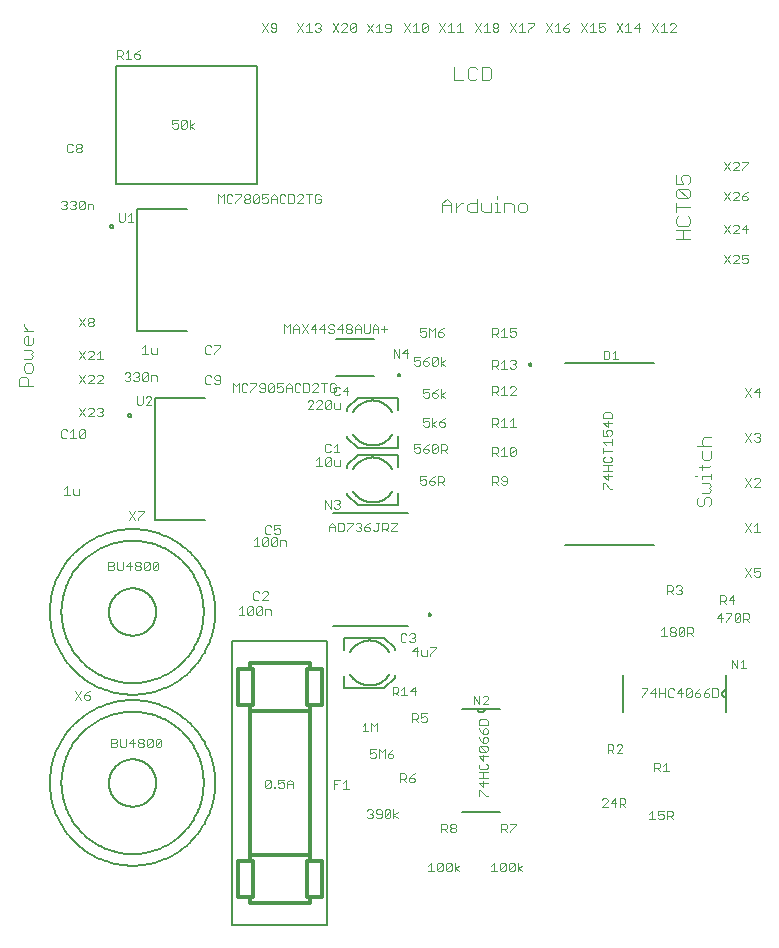
<source format=gto>
G75*
%MOIN*%
%OFA0B0*%
%FSLAX25Y25*%
%IPPOS*%
%LPD*%
%AMOC8*
5,1,8,0,0,1.08239X$1,22.5*
%
%ADD10C,0.00400*%
%ADD11C,0.00300*%
%ADD12C,0.00600*%
%ADD13C,0.00787*%
%ADD14C,0.00500*%
%ADD15C,0.00800*%
%ADD16C,0.01200*%
D10*
X0006996Y0185000D02*
X0006996Y0187302D01*
X0007763Y0188069D01*
X0009298Y0188069D01*
X0010065Y0187302D01*
X0010065Y0185000D01*
X0011600Y0185000D02*
X0006996Y0185000D01*
X0009298Y0189604D02*
X0010833Y0189604D01*
X0011600Y0190371D01*
X0011600Y0191906D01*
X0010833Y0192673D01*
X0009298Y0192673D01*
X0008531Y0191906D01*
X0008531Y0190371D01*
X0009298Y0189604D01*
X0008531Y0194208D02*
X0010833Y0194208D01*
X0011600Y0194975D01*
X0010833Y0195742D01*
X0011600Y0196510D01*
X0010833Y0197277D01*
X0008531Y0197277D01*
X0009298Y0198812D02*
X0008531Y0199579D01*
X0008531Y0201114D01*
X0009298Y0201881D01*
X0010065Y0201881D01*
X0010065Y0198812D01*
X0009298Y0198812D02*
X0010833Y0198812D01*
X0011600Y0199579D01*
X0011600Y0201114D01*
X0011600Y0203416D02*
X0008531Y0203416D01*
X0008531Y0204950D02*
X0008531Y0205718D01*
X0008531Y0204950D02*
X0010065Y0203416D01*
X0148000Y0243000D02*
X0148000Y0246069D01*
X0149535Y0247604D01*
X0151069Y0246069D01*
X0151069Y0243000D01*
X0152604Y0243000D02*
X0152604Y0246069D01*
X0152604Y0244535D02*
X0154139Y0246069D01*
X0154906Y0246069D01*
X0156441Y0245302D02*
X0157208Y0246069D01*
X0159510Y0246069D01*
X0161044Y0246069D02*
X0161044Y0243767D01*
X0161812Y0243000D01*
X0164114Y0243000D01*
X0164114Y0246069D01*
X0165648Y0246069D02*
X0166416Y0246069D01*
X0166416Y0243000D01*
X0167183Y0243000D02*
X0165648Y0243000D01*
X0168718Y0243000D02*
X0168718Y0246069D01*
X0171020Y0246069D01*
X0171787Y0245302D01*
X0171787Y0243000D01*
X0173322Y0243767D02*
X0174089Y0243000D01*
X0175624Y0243000D01*
X0176391Y0243767D01*
X0176391Y0245302D01*
X0175624Y0246069D01*
X0174089Y0246069D01*
X0173322Y0245302D01*
X0173322Y0243767D01*
X0166416Y0247604D02*
X0166416Y0248371D01*
X0159510Y0247604D02*
X0159510Y0243000D01*
X0157208Y0243000D01*
X0156441Y0243767D01*
X0156441Y0245302D01*
X0151069Y0245302D02*
X0148000Y0245302D01*
X0152000Y0287000D02*
X0155069Y0287000D01*
X0156604Y0287767D02*
X0156604Y0290837D01*
X0157371Y0291604D01*
X0158906Y0291604D01*
X0159673Y0290837D01*
X0161208Y0291604D02*
X0161208Y0287000D01*
X0163510Y0287000D01*
X0164277Y0287767D01*
X0164277Y0290837D01*
X0163510Y0291604D01*
X0161208Y0291604D01*
X0159673Y0287767D02*
X0158906Y0287000D01*
X0157371Y0287000D01*
X0156604Y0287767D01*
X0152000Y0287000D02*
X0152000Y0291604D01*
X0225996Y0255485D02*
X0225996Y0252416D01*
X0228298Y0252416D01*
X0227531Y0253950D01*
X0227531Y0254718D01*
X0228298Y0255485D01*
X0229833Y0255485D01*
X0230600Y0254718D01*
X0230600Y0253183D01*
X0229833Y0252416D01*
X0229833Y0250881D02*
X0226763Y0250881D01*
X0229833Y0247812D01*
X0230600Y0248579D01*
X0230600Y0250114D01*
X0229833Y0250881D01*
X0229833Y0247812D02*
X0226763Y0247812D01*
X0225996Y0248579D01*
X0225996Y0250114D01*
X0226763Y0250881D01*
X0225996Y0246277D02*
X0225996Y0243208D01*
X0225996Y0244742D02*
X0230600Y0244742D01*
X0229833Y0241673D02*
X0230600Y0240906D01*
X0230600Y0239371D01*
X0229833Y0238604D01*
X0226763Y0238604D01*
X0225996Y0239371D01*
X0225996Y0240906D01*
X0226763Y0241673D01*
X0225996Y0237069D02*
X0230600Y0237069D01*
X0228298Y0237069D02*
X0228298Y0234000D01*
X0230600Y0234000D02*
X0225996Y0234000D01*
X0235298Y0168020D02*
X0234531Y0167252D01*
X0234531Y0165718D01*
X0235298Y0164950D01*
X0234531Y0163416D02*
X0234531Y0161114D01*
X0235298Y0160346D01*
X0236833Y0160346D01*
X0237600Y0161114D01*
X0237600Y0163416D01*
X0237600Y0164950D02*
X0232996Y0164950D01*
X0235298Y0168020D02*
X0237600Y0168020D01*
X0237600Y0158812D02*
X0236833Y0158044D01*
X0233763Y0158044D01*
X0234531Y0157277D02*
X0234531Y0158812D01*
X0234531Y0154975D02*
X0237600Y0154975D01*
X0237600Y0154208D02*
X0237600Y0155742D01*
X0236833Y0152673D02*
X0234531Y0152673D01*
X0234531Y0154208D02*
X0234531Y0154975D01*
X0232996Y0154975D02*
X0232229Y0154975D01*
X0236833Y0152673D02*
X0237600Y0151906D01*
X0236833Y0151139D01*
X0237600Y0150371D01*
X0236833Y0149604D01*
X0234531Y0149604D01*
X0233763Y0148069D02*
X0232996Y0147302D01*
X0232996Y0145767D01*
X0233763Y0145000D01*
X0234531Y0145000D01*
X0235298Y0145767D01*
X0235298Y0147302D01*
X0236065Y0148069D01*
X0236833Y0148069D01*
X0237600Y0147302D01*
X0237600Y0145767D01*
X0236833Y0145000D01*
D11*
X0249052Y0139490D02*
X0250987Y0136588D01*
X0251999Y0136588D02*
X0253934Y0136588D01*
X0252966Y0136588D02*
X0252966Y0139490D01*
X0251999Y0138523D01*
X0250987Y0139490D02*
X0249052Y0136588D01*
X0249052Y0124490D02*
X0250987Y0121588D01*
X0251999Y0122072D02*
X0252483Y0121588D01*
X0253450Y0121588D01*
X0253934Y0122072D01*
X0253934Y0123039D01*
X0253450Y0123523D01*
X0252966Y0123523D01*
X0251999Y0123039D01*
X0251999Y0124490D01*
X0253934Y0124490D01*
X0250987Y0124490D02*
X0249052Y0121588D01*
X0244958Y0115325D02*
X0243507Y0113874D01*
X0245442Y0113874D01*
X0244958Y0115325D02*
X0244958Y0112422D01*
X0242495Y0112422D02*
X0241528Y0113390D01*
X0242011Y0113390D02*
X0240560Y0113390D01*
X0240560Y0112422D02*
X0240560Y0115325D01*
X0242011Y0115325D01*
X0242495Y0114841D01*
X0242495Y0113874D01*
X0242011Y0113390D01*
X0242507Y0109325D02*
X0244442Y0109325D01*
X0244442Y0108841D01*
X0242507Y0106906D01*
X0242507Y0106422D01*
X0241011Y0106422D02*
X0241011Y0109325D01*
X0239560Y0107874D01*
X0241495Y0107874D01*
X0245453Y0108841D02*
X0245937Y0109325D01*
X0246905Y0109325D01*
X0247388Y0108841D01*
X0245453Y0106906D01*
X0245937Y0106422D01*
X0246905Y0106422D01*
X0247388Y0106906D01*
X0247388Y0108841D01*
X0248400Y0109325D02*
X0249851Y0109325D01*
X0250335Y0108841D01*
X0250335Y0107874D01*
X0249851Y0107390D01*
X0248400Y0107390D01*
X0249367Y0107390D02*
X0250335Y0106422D01*
X0248400Y0106422D02*
X0248400Y0109325D01*
X0245453Y0108841D02*
X0245453Y0106906D01*
X0244507Y0093915D02*
X0246442Y0091013D01*
X0246442Y0093915D01*
X0247453Y0092948D02*
X0248421Y0093915D01*
X0248421Y0091013D01*
X0249388Y0091013D02*
X0247453Y0091013D01*
X0244507Y0091013D02*
X0244507Y0093915D01*
X0239519Y0084327D02*
X0238068Y0084327D01*
X0238068Y0081425D01*
X0239519Y0081425D01*
X0240003Y0081908D01*
X0240003Y0083843D01*
X0239519Y0084327D01*
X0237056Y0084327D02*
X0236089Y0083843D01*
X0235121Y0082876D01*
X0236573Y0082876D01*
X0237056Y0082392D01*
X0237056Y0081908D01*
X0236573Y0081425D01*
X0235605Y0081425D01*
X0235121Y0081908D01*
X0235121Y0082876D01*
X0234110Y0082392D02*
X0233626Y0082876D01*
X0232175Y0082876D01*
X0232175Y0081908D01*
X0232659Y0081425D01*
X0233626Y0081425D01*
X0234110Y0081908D01*
X0234110Y0082392D01*
X0233142Y0083843D02*
X0232175Y0082876D01*
X0233142Y0083843D02*
X0234110Y0084327D01*
X0231163Y0083843D02*
X0229228Y0081908D01*
X0229712Y0081425D01*
X0230679Y0081425D01*
X0231163Y0081908D01*
X0231163Y0083843D01*
X0230679Y0084327D01*
X0229712Y0084327D01*
X0229228Y0083843D01*
X0229228Y0081908D01*
X0228217Y0082876D02*
X0226282Y0082876D01*
X0227733Y0084327D01*
X0227733Y0081425D01*
X0225270Y0081908D02*
X0224786Y0081425D01*
X0223819Y0081425D01*
X0223335Y0081908D01*
X0223335Y0083843D01*
X0223819Y0084327D01*
X0224786Y0084327D01*
X0225270Y0083843D01*
X0222324Y0084327D02*
X0222324Y0081425D01*
X0222324Y0082876D02*
X0220389Y0082876D01*
X0219377Y0082876D02*
X0217442Y0082876D01*
X0218893Y0084327D01*
X0218893Y0081425D01*
X0220389Y0081425D02*
X0220389Y0084327D01*
X0216431Y0084327D02*
X0216431Y0083843D01*
X0214496Y0081908D01*
X0214496Y0081425D01*
X0214496Y0084327D02*
X0216431Y0084327D01*
X0220899Y0101781D02*
X0222834Y0101781D01*
X0221866Y0101781D02*
X0221866Y0104683D01*
X0220899Y0103716D01*
X0223845Y0103716D02*
X0223845Y0104199D01*
X0224329Y0104683D01*
X0225297Y0104683D01*
X0225780Y0104199D01*
X0225780Y0103716D01*
X0225297Y0103232D01*
X0224329Y0103232D01*
X0223845Y0103716D01*
X0224329Y0103232D02*
X0223845Y0102748D01*
X0223845Y0102264D01*
X0224329Y0101781D01*
X0225297Y0101781D01*
X0225780Y0102264D01*
X0225780Y0102748D01*
X0225297Y0103232D01*
X0226792Y0104199D02*
X0226792Y0102264D01*
X0228727Y0104199D01*
X0228727Y0102264D01*
X0228243Y0101781D01*
X0227276Y0101781D01*
X0226792Y0102264D01*
X0226792Y0104199D02*
X0227276Y0104683D01*
X0228243Y0104683D01*
X0228727Y0104199D01*
X0229738Y0104683D02*
X0229738Y0101781D01*
X0229738Y0102748D02*
X0231190Y0102748D01*
X0231673Y0103232D01*
X0231673Y0104199D01*
X0231190Y0104683D01*
X0229738Y0104683D01*
X0230706Y0102748D02*
X0231673Y0101781D01*
X0227297Y0115781D02*
X0226329Y0115781D01*
X0225845Y0116264D01*
X0224834Y0115781D02*
X0223866Y0116748D01*
X0224350Y0116748D02*
X0222899Y0116748D01*
X0222899Y0115781D02*
X0222899Y0118683D01*
X0224350Y0118683D01*
X0224834Y0118199D01*
X0224834Y0117232D01*
X0224350Y0116748D01*
X0225845Y0118199D02*
X0226329Y0118683D01*
X0227297Y0118683D01*
X0227780Y0118199D01*
X0227780Y0117716D01*
X0227297Y0117232D01*
X0227780Y0116748D01*
X0227780Y0116264D01*
X0227297Y0115781D01*
X0227297Y0117232D02*
X0226813Y0117232D01*
X0204586Y0150840D02*
X0204102Y0150840D01*
X0202167Y0152775D01*
X0201684Y0152775D01*
X0201684Y0150840D01*
X0203135Y0153786D02*
X0201684Y0155238D01*
X0204586Y0155238D01*
X0204586Y0156733D02*
X0201684Y0156733D01*
X0203135Y0156733D02*
X0203135Y0158668D01*
X0202167Y0159679D02*
X0204102Y0159679D01*
X0204586Y0160163D01*
X0204586Y0161131D01*
X0204102Y0161614D01*
X0202167Y0161614D02*
X0201684Y0161131D01*
X0201684Y0160163D01*
X0202167Y0159679D01*
X0201684Y0158668D02*
X0204586Y0158668D01*
X0203135Y0155721D02*
X0203135Y0153786D01*
X0201684Y0162626D02*
X0201684Y0164561D01*
X0201684Y0163593D02*
X0204586Y0163593D01*
X0204586Y0165572D02*
X0204586Y0167507D01*
X0204586Y0166540D02*
X0201684Y0166540D01*
X0202651Y0165572D01*
X0203135Y0168519D02*
X0202651Y0169486D01*
X0202651Y0169970D01*
X0203135Y0170454D01*
X0204102Y0170454D01*
X0204586Y0169970D01*
X0204586Y0169003D01*
X0204102Y0168519D01*
X0203135Y0168519D02*
X0201684Y0168519D01*
X0201684Y0170454D01*
X0203135Y0171465D02*
X0201684Y0172917D01*
X0204586Y0172917D01*
X0204586Y0174412D02*
X0204586Y0175863D01*
X0204102Y0176347D01*
X0202167Y0176347D01*
X0201684Y0175863D01*
X0201684Y0174412D01*
X0204586Y0174412D01*
X0203135Y0173400D02*
X0203135Y0171465D01*
X0203291Y0194025D02*
X0201840Y0194025D01*
X0201840Y0196927D01*
X0203291Y0196927D01*
X0203775Y0196444D01*
X0203775Y0194509D01*
X0203291Y0194025D01*
X0204786Y0194025D02*
X0206721Y0194025D01*
X0205754Y0194025D02*
X0205754Y0196927D01*
X0204786Y0195960D01*
X0172522Y0193298D02*
X0172522Y0192814D01*
X0172038Y0192330D01*
X0172522Y0191847D01*
X0172522Y0191363D01*
X0172038Y0190879D01*
X0171071Y0190879D01*
X0170587Y0191363D01*
X0169576Y0190879D02*
X0167641Y0190879D01*
X0168608Y0190879D02*
X0168608Y0193782D01*
X0167641Y0192814D01*
X0166629Y0192330D02*
X0166145Y0191847D01*
X0164694Y0191847D01*
X0165662Y0191847D02*
X0166629Y0190879D01*
X0166629Y0192330D02*
X0166629Y0193298D01*
X0166145Y0193782D01*
X0164694Y0193782D01*
X0164694Y0190879D01*
X0164694Y0185097D02*
X0166145Y0185097D01*
X0166629Y0184613D01*
X0166629Y0183645D01*
X0166145Y0183162D01*
X0164694Y0183162D01*
X0165662Y0183162D02*
X0166629Y0182194D01*
X0167641Y0182194D02*
X0169576Y0182194D01*
X0168608Y0182194D02*
X0168608Y0185097D01*
X0167641Y0184129D01*
X0170587Y0184613D02*
X0171071Y0185097D01*
X0172038Y0185097D01*
X0172522Y0184613D01*
X0172522Y0184129D01*
X0170587Y0182194D01*
X0172522Y0182194D01*
X0164694Y0182194D02*
X0164694Y0185097D01*
X0171555Y0192330D02*
X0172038Y0192330D01*
X0172522Y0193298D02*
X0172038Y0193782D01*
X0171071Y0193782D01*
X0170587Y0193298D01*
X0171071Y0201564D02*
X0170587Y0202048D01*
X0171071Y0201564D02*
X0172038Y0201564D01*
X0172522Y0202048D01*
X0172522Y0203015D01*
X0172038Y0203499D01*
X0171555Y0203499D01*
X0170587Y0203015D01*
X0170587Y0204467D01*
X0172522Y0204467D01*
X0169576Y0201564D02*
X0167641Y0201564D01*
X0168608Y0201564D02*
X0168608Y0204467D01*
X0167641Y0203499D01*
X0166629Y0203015D02*
X0166145Y0202532D01*
X0164694Y0202532D01*
X0165662Y0202532D02*
X0166629Y0201564D01*
X0166629Y0203015D02*
X0166629Y0203983D01*
X0166145Y0204467D01*
X0164694Y0204467D01*
X0164694Y0201564D01*
X0148522Y0202048D02*
X0148522Y0202532D01*
X0148038Y0203015D01*
X0146587Y0203015D01*
X0146587Y0202048D01*
X0147071Y0201564D01*
X0148038Y0201564D01*
X0148522Y0202048D01*
X0147555Y0203983D02*
X0146587Y0203015D01*
X0147555Y0203983D02*
X0148522Y0204467D01*
X0145576Y0204467D02*
X0145576Y0201564D01*
X0143641Y0201564D02*
X0143641Y0204467D01*
X0144608Y0203499D01*
X0145576Y0204467D01*
X0142629Y0204467D02*
X0140694Y0204467D01*
X0140694Y0203015D01*
X0141662Y0203499D01*
X0142145Y0203499D01*
X0142629Y0203015D01*
X0142629Y0202048D01*
X0142145Y0201564D01*
X0141178Y0201564D01*
X0140694Y0202048D01*
X0136187Y0197467D02*
X0134736Y0196016D01*
X0136671Y0196016D01*
X0136187Y0194565D02*
X0136187Y0197467D01*
X0133724Y0197467D02*
X0133724Y0194565D01*
X0131789Y0197467D01*
X0131789Y0194565D01*
X0138694Y0194782D02*
X0138694Y0193330D01*
X0139662Y0193814D01*
X0140145Y0193814D01*
X0140629Y0193330D01*
X0140629Y0192363D01*
X0140145Y0191879D01*
X0139178Y0191879D01*
X0138694Y0192363D01*
X0138694Y0194782D02*
X0140629Y0194782D01*
X0141641Y0193330D02*
X0143092Y0193330D01*
X0143576Y0192847D01*
X0143576Y0192363D01*
X0143092Y0191879D01*
X0142124Y0191879D01*
X0141641Y0192363D01*
X0141641Y0193330D01*
X0142608Y0194298D01*
X0143576Y0194782D01*
X0144587Y0194298D02*
X0145071Y0194782D01*
X0146038Y0194782D01*
X0146522Y0194298D01*
X0144587Y0192363D01*
X0145071Y0191879D01*
X0146038Y0191879D01*
X0146522Y0192363D01*
X0146522Y0194298D01*
X0147534Y0194782D02*
X0147534Y0191879D01*
X0147534Y0192847D02*
X0148985Y0193814D01*
X0147534Y0192847D02*
X0148985Y0191879D01*
X0144587Y0192363D02*
X0144587Y0194298D01*
X0143629Y0184097D02*
X0141694Y0184097D01*
X0141694Y0182645D01*
X0142662Y0183129D01*
X0143145Y0183129D01*
X0143629Y0182645D01*
X0143629Y0181678D01*
X0143145Y0181194D01*
X0142178Y0181194D01*
X0141694Y0181678D01*
X0144641Y0181678D02*
X0145124Y0181194D01*
X0146092Y0181194D01*
X0146576Y0181678D01*
X0146576Y0182162D01*
X0146092Y0182645D01*
X0144641Y0182645D01*
X0144641Y0181678D01*
X0144641Y0182645D02*
X0145608Y0183613D01*
X0146576Y0184097D01*
X0147587Y0184097D02*
X0147587Y0181194D01*
X0147587Y0182162D02*
X0149038Y0183129D01*
X0147587Y0182162D02*
X0149038Y0181194D01*
X0149031Y0174412D02*
X0148064Y0173928D01*
X0147096Y0172960D01*
X0148547Y0172960D01*
X0149031Y0172477D01*
X0149031Y0171993D01*
X0148547Y0171509D01*
X0147580Y0171509D01*
X0147096Y0171993D01*
X0147096Y0172960D01*
X0146092Y0173444D02*
X0144641Y0172477D01*
X0146092Y0171509D01*
X0144641Y0171509D02*
X0144641Y0174412D01*
X0143629Y0174412D02*
X0141694Y0174412D01*
X0141694Y0172960D01*
X0142662Y0173444D01*
X0143145Y0173444D01*
X0143629Y0172960D01*
X0143629Y0171993D01*
X0143145Y0171509D01*
X0142178Y0171509D01*
X0141694Y0171993D01*
X0140629Y0165726D02*
X0138694Y0165726D01*
X0138694Y0164275D01*
X0139662Y0164759D01*
X0140145Y0164759D01*
X0140629Y0164275D01*
X0140629Y0163308D01*
X0140145Y0162824D01*
X0139178Y0162824D01*
X0138694Y0163308D01*
X0141641Y0163308D02*
X0142124Y0162824D01*
X0143092Y0162824D01*
X0143576Y0163308D01*
X0143576Y0163791D01*
X0143092Y0164275D01*
X0141641Y0164275D01*
X0141641Y0163308D01*
X0141641Y0164275D02*
X0142608Y0165243D01*
X0143576Y0165726D01*
X0144587Y0165243D02*
X0145071Y0165726D01*
X0146038Y0165726D01*
X0146522Y0165243D01*
X0144587Y0163308D01*
X0145071Y0162824D01*
X0146038Y0162824D01*
X0146522Y0163308D01*
X0146522Y0165243D01*
X0147534Y0165726D02*
X0148985Y0165726D01*
X0149469Y0165243D01*
X0149469Y0164275D01*
X0148985Y0163791D01*
X0147534Y0163791D01*
X0147534Y0162824D02*
X0147534Y0165726D01*
X0148501Y0163791D02*
X0149469Y0162824D01*
X0144587Y0163308D02*
X0144587Y0165243D01*
X0145576Y0155041D02*
X0144608Y0154558D01*
X0143641Y0153590D01*
X0145092Y0153590D01*
X0145576Y0153106D01*
X0145576Y0152623D01*
X0145092Y0152139D01*
X0144124Y0152139D01*
X0143641Y0152623D01*
X0143641Y0153590D01*
X0142629Y0153590D02*
X0142629Y0152623D01*
X0142145Y0152139D01*
X0141178Y0152139D01*
X0140694Y0152623D01*
X0140694Y0153590D02*
X0141662Y0154074D01*
X0142145Y0154074D01*
X0142629Y0153590D01*
X0142629Y0155041D02*
X0140694Y0155041D01*
X0140694Y0153590D01*
X0146587Y0153106D02*
X0148038Y0153106D01*
X0148522Y0153590D01*
X0148522Y0154558D01*
X0148038Y0155041D01*
X0146587Y0155041D01*
X0146587Y0152139D01*
X0147555Y0153106D02*
X0148522Y0152139D01*
X0164694Y0152139D02*
X0164694Y0155041D01*
X0166145Y0155041D01*
X0166629Y0154558D01*
X0166629Y0153590D01*
X0166145Y0153106D01*
X0164694Y0153106D01*
X0165662Y0153106D02*
X0166629Y0152139D01*
X0167641Y0152623D02*
X0168124Y0152139D01*
X0169092Y0152139D01*
X0169576Y0152623D01*
X0169576Y0154558D01*
X0169092Y0155041D01*
X0168124Y0155041D01*
X0167641Y0154558D01*
X0167641Y0154074D01*
X0168124Y0153590D01*
X0169576Y0153590D01*
X0169576Y0161824D02*
X0167641Y0161824D01*
X0168608Y0161824D02*
X0168608Y0164726D01*
X0167641Y0163759D01*
X0166629Y0164243D02*
X0166629Y0163275D01*
X0166145Y0162791D01*
X0164694Y0162791D01*
X0164694Y0161824D02*
X0164694Y0164726D01*
X0166145Y0164726D01*
X0166629Y0164243D01*
X0165662Y0162791D02*
X0166629Y0161824D01*
X0170587Y0162308D02*
X0172522Y0164243D01*
X0172522Y0162308D01*
X0172038Y0161824D01*
X0171071Y0161824D01*
X0170587Y0162308D01*
X0170587Y0164243D01*
X0171071Y0164726D01*
X0172038Y0164726D01*
X0172522Y0164243D01*
X0172522Y0171509D02*
X0170587Y0171509D01*
X0171555Y0171509D02*
X0171555Y0174412D01*
X0170587Y0173444D01*
X0169576Y0171509D02*
X0167641Y0171509D01*
X0168608Y0171509D02*
X0168608Y0174412D01*
X0167641Y0173444D01*
X0166629Y0172960D02*
X0166145Y0172477D01*
X0164694Y0172477D01*
X0165662Y0172477D02*
X0166629Y0171509D01*
X0166629Y0172960D02*
X0166629Y0173928D01*
X0166145Y0174412D01*
X0164694Y0174412D01*
X0164694Y0171509D01*
X0132883Y0139530D02*
X0132883Y0139046D01*
X0130948Y0137111D01*
X0130948Y0136627D01*
X0132883Y0136627D01*
X0132883Y0139530D02*
X0130948Y0139530D01*
X0129937Y0139046D02*
X0129937Y0138078D01*
X0129453Y0137595D01*
X0128002Y0137595D01*
X0128969Y0137595D02*
X0129937Y0136627D01*
X0128002Y0136627D02*
X0128002Y0139530D01*
X0129453Y0139530D01*
X0129937Y0139046D01*
X0126990Y0139530D02*
X0126023Y0139530D01*
X0126507Y0139530D02*
X0126507Y0137111D01*
X0126023Y0136627D01*
X0125539Y0136627D01*
X0125055Y0137111D01*
X0124044Y0137111D02*
X0124044Y0137595D01*
X0123560Y0138078D01*
X0122109Y0138078D01*
X0122109Y0137111D01*
X0122593Y0136627D01*
X0123560Y0136627D01*
X0124044Y0137111D01*
X0123076Y0139046D02*
X0124044Y0139530D01*
X0123076Y0139046D02*
X0122109Y0138078D01*
X0121097Y0137595D02*
X0121097Y0137111D01*
X0120614Y0136627D01*
X0119646Y0136627D01*
X0119162Y0137111D01*
X0120130Y0138078D02*
X0120614Y0138078D01*
X0121097Y0137595D01*
X0120614Y0138078D02*
X0121097Y0138562D01*
X0121097Y0139046D01*
X0120614Y0139530D01*
X0119646Y0139530D01*
X0119162Y0139046D01*
X0118151Y0139046D02*
X0116216Y0137111D01*
X0116216Y0136627D01*
X0115204Y0137111D02*
X0115204Y0139046D01*
X0114720Y0139530D01*
X0113269Y0139530D01*
X0113269Y0136627D01*
X0114720Y0136627D01*
X0115204Y0137111D01*
X0116216Y0139530D02*
X0118151Y0139530D01*
X0118151Y0139046D01*
X0112258Y0138562D02*
X0112258Y0136627D01*
X0112258Y0138078D02*
X0110323Y0138078D01*
X0110323Y0138562D02*
X0111290Y0139530D01*
X0112258Y0138562D01*
X0110323Y0138562D02*
X0110323Y0136627D01*
X0110937Y0144278D02*
X0110937Y0147180D01*
X0111948Y0146696D02*
X0112432Y0147180D01*
X0113400Y0147180D01*
X0113883Y0146696D01*
X0113883Y0146213D01*
X0113400Y0145729D01*
X0113883Y0145245D01*
X0113883Y0144761D01*
X0113400Y0144278D01*
X0112432Y0144278D01*
X0111948Y0144761D01*
X0110937Y0144278D02*
X0109002Y0147180D01*
X0109002Y0144278D01*
X0112916Y0145729D02*
X0113400Y0145729D01*
X0113895Y0158455D02*
X0112444Y0158455D01*
X0111960Y0158938D01*
X0111960Y0160390D01*
X0110949Y0160873D02*
X0109014Y0158938D01*
X0109497Y0158455D01*
X0110465Y0158455D01*
X0110949Y0158938D01*
X0110949Y0160873D01*
X0110465Y0161357D01*
X0109497Y0161357D01*
X0109014Y0160873D01*
X0109014Y0158938D01*
X0108002Y0158455D02*
X0106067Y0158455D01*
X0107035Y0158455D02*
X0107035Y0161357D01*
X0106067Y0160390D01*
X0108876Y0163470D02*
X0109360Y0162986D01*
X0110327Y0162986D01*
X0110811Y0163470D01*
X0111822Y0162986D02*
X0113757Y0162986D01*
X0112790Y0162986D02*
X0112790Y0165889D01*
X0111822Y0164921D01*
X0110811Y0165405D02*
X0110327Y0165889D01*
X0109360Y0165889D01*
X0108876Y0165405D01*
X0108876Y0163470D01*
X0113895Y0160390D02*
X0113895Y0158455D01*
X0113895Y0177455D02*
X0112444Y0177455D01*
X0111960Y0177938D01*
X0111960Y0179390D01*
X0110949Y0179873D02*
X0109014Y0177938D01*
X0109497Y0177455D01*
X0110465Y0177455D01*
X0110949Y0177938D01*
X0110949Y0179873D01*
X0110465Y0180357D01*
X0109497Y0180357D01*
X0109014Y0179873D01*
X0109014Y0177938D01*
X0108002Y0177455D02*
X0106067Y0177455D01*
X0108002Y0179390D01*
X0108002Y0179873D01*
X0107518Y0180357D01*
X0106551Y0180357D01*
X0106067Y0179873D01*
X0105056Y0179873D02*
X0104572Y0180357D01*
X0103604Y0180357D01*
X0103121Y0179873D01*
X0105056Y0179873D02*
X0105056Y0179390D01*
X0103121Y0177455D01*
X0105056Y0177455D01*
X0104719Y0183087D02*
X0106654Y0185022D01*
X0106654Y0185506D01*
X0106171Y0185989D01*
X0105203Y0185989D01*
X0104719Y0185506D01*
X0103708Y0185506D02*
X0103224Y0185989D01*
X0101773Y0185989D01*
X0101773Y0183087D01*
X0103224Y0183087D01*
X0103708Y0183571D01*
X0103708Y0185506D01*
X0104719Y0183087D02*
X0106654Y0183087D01*
X0108633Y0183087D02*
X0108633Y0185989D01*
X0107666Y0185989D02*
X0109601Y0185989D01*
X0110612Y0185506D02*
X0110612Y0183571D01*
X0111096Y0183087D01*
X0112064Y0183087D01*
X0112547Y0183571D01*
X0112547Y0184538D01*
X0111580Y0184538D01*
X0111876Y0184405D02*
X0111876Y0182470D01*
X0112360Y0181986D01*
X0113327Y0181986D01*
X0113811Y0182470D01*
X0114822Y0183437D02*
X0116757Y0183437D01*
X0116274Y0181986D02*
X0116274Y0184889D01*
X0114822Y0183437D01*
X0113811Y0184405D02*
X0113327Y0184889D01*
X0112360Y0184889D01*
X0111876Y0184405D01*
X0112547Y0185506D02*
X0112064Y0185989D01*
X0111096Y0185989D01*
X0110612Y0185506D01*
X0113895Y0179390D02*
X0113895Y0177455D01*
X0100761Y0183571D02*
X0100278Y0183087D01*
X0099310Y0183087D01*
X0098826Y0183571D01*
X0098826Y0185506D01*
X0099310Y0185989D01*
X0100278Y0185989D01*
X0100761Y0185506D01*
X0097815Y0185022D02*
X0097815Y0183087D01*
X0097815Y0184538D02*
X0095880Y0184538D01*
X0095880Y0185022D02*
X0096847Y0185989D01*
X0097815Y0185022D01*
X0095880Y0185022D02*
X0095880Y0183087D01*
X0094868Y0183571D02*
X0094868Y0184538D01*
X0094385Y0185022D01*
X0093901Y0185022D01*
X0092933Y0184538D01*
X0092933Y0185989D01*
X0094868Y0185989D01*
X0094868Y0183571D02*
X0094385Y0183087D01*
X0093417Y0183087D01*
X0092933Y0183571D01*
X0091922Y0183571D02*
X0091922Y0185506D01*
X0089987Y0183571D01*
X0090471Y0183087D01*
X0091438Y0183087D01*
X0091922Y0183571D01*
X0091922Y0185506D02*
X0091438Y0185989D01*
X0090471Y0185989D01*
X0089987Y0185506D01*
X0089987Y0183571D01*
X0088975Y0183571D02*
X0088975Y0185506D01*
X0088492Y0185989D01*
X0087524Y0185989D01*
X0087040Y0185506D01*
X0087040Y0185022D01*
X0087524Y0184538D01*
X0088975Y0184538D01*
X0088975Y0183571D02*
X0088492Y0183087D01*
X0087524Y0183087D01*
X0087040Y0183571D01*
X0086029Y0185506D02*
X0084094Y0183571D01*
X0084094Y0183087D01*
X0083082Y0183571D02*
X0082598Y0183087D01*
X0081631Y0183087D01*
X0081147Y0183571D01*
X0081147Y0185506D01*
X0081631Y0185989D01*
X0082598Y0185989D01*
X0083082Y0185506D01*
X0084094Y0185989D02*
X0086029Y0185989D01*
X0086029Y0185506D01*
X0080136Y0185989D02*
X0080136Y0183087D01*
X0078201Y0183087D02*
X0078201Y0185989D01*
X0079168Y0185022D01*
X0080136Y0185989D01*
X0073938Y0186234D02*
X0073938Y0188169D01*
X0073455Y0188652D01*
X0072487Y0188652D01*
X0072003Y0188169D01*
X0072003Y0187685D01*
X0072487Y0187201D01*
X0073938Y0187201D01*
X0073938Y0186234D02*
X0073455Y0185750D01*
X0072487Y0185750D01*
X0072003Y0186234D01*
X0070992Y0186234D02*
X0070508Y0185750D01*
X0069541Y0185750D01*
X0069057Y0186234D01*
X0069057Y0188169D01*
X0069541Y0188652D01*
X0070508Y0188652D01*
X0070992Y0188169D01*
X0070508Y0195750D02*
X0070992Y0196234D01*
X0070508Y0195750D02*
X0069541Y0195750D01*
X0069057Y0196234D01*
X0069057Y0198169D01*
X0069541Y0198652D01*
X0070508Y0198652D01*
X0070992Y0198169D01*
X0072003Y0198652D02*
X0073938Y0198652D01*
X0073938Y0198169D01*
X0072003Y0196234D01*
X0072003Y0195750D01*
X0052938Y0195750D02*
X0052938Y0197685D01*
X0051003Y0197685D02*
X0051003Y0196234D01*
X0051487Y0195750D01*
X0052938Y0195750D01*
X0049992Y0195750D02*
X0048057Y0195750D01*
X0049024Y0195750D02*
X0049024Y0198652D01*
X0048057Y0197685D01*
X0048541Y0189652D02*
X0049508Y0189652D01*
X0049992Y0189169D01*
X0048057Y0187234D01*
X0048541Y0186750D01*
X0049508Y0186750D01*
X0049992Y0187234D01*
X0049992Y0189169D01*
X0051003Y0188685D02*
X0051003Y0186750D01*
X0051003Y0188685D02*
X0052455Y0188685D01*
X0052938Y0188201D01*
X0052938Y0186750D01*
X0050599Y0181706D02*
X0049631Y0181706D01*
X0049147Y0181222D01*
X0048136Y0181706D02*
X0048136Y0179287D01*
X0047652Y0178803D01*
X0046685Y0178803D01*
X0046201Y0179287D01*
X0046201Y0181706D01*
X0049147Y0178803D02*
X0051082Y0180738D01*
X0051082Y0181222D01*
X0050599Y0181706D01*
X0051082Y0178803D02*
X0049147Y0178803D01*
X0046562Y0186750D02*
X0045594Y0186750D01*
X0045110Y0187234D01*
X0044099Y0187234D02*
X0043615Y0186750D01*
X0042648Y0186750D01*
X0042164Y0187234D01*
X0043131Y0188201D02*
X0043615Y0188201D01*
X0044099Y0187717D01*
X0044099Y0187234D01*
X0043615Y0188201D02*
X0044099Y0188685D01*
X0044099Y0189169D01*
X0043615Y0189652D01*
X0042648Y0189652D01*
X0042164Y0189169D01*
X0045110Y0189169D02*
X0045594Y0189652D01*
X0046562Y0189652D01*
X0047045Y0189169D01*
X0047045Y0188685D01*
X0046562Y0188201D01*
X0047045Y0187717D01*
X0047045Y0187234D01*
X0046562Y0186750D01*
X0046562Y0188201D02*
X0046078Y0188201D01*
X0048057Y0187234D02*
X0048057Y0189169D01*
X0048541Y0189652D01*
X0034778Y0188369D02*
X0034294Y0188852D01*
X0033327Y0188852D01*
X0032843Y0188369D01*
X0031831Y0188369D02*
X0031348Y0188852D01*
X0030380Y0188852D01*
X0029897Y0188369D01*
X0028885Y0188852D02*
X0026950Y0185950D01*
X0028885Y0185950D02*
X0026950Y0188852D01*
X0029897Y0185950D02*
X0031831Y0187885D01*
X0031831Y0188369D01*
X0031831Y0185950D02*
X0029897Y0185950D01*
X0032843Y0185950D02*
X0034778Y0187885D01*
X0034778Y0188369D01*
X0034778Y0185950D02*
X0032843Y0185950D01*
X0033327Y0177852D02*
X0034294Y0177852D01*
X0034778Y0177369D01*
X0034778Y0176885D01*
X0034294Y0176401D01*
X0034778Y0175917D01*
X0034778Y0175434D01*
X0034294Y0174950D01*
X0033327Y0174950D01*
X0032843Y0175434D01*
X0031831Y0174950D02*
X0029897Y0174950D01*
X0031831Y0176885D01*
X0031831Y0177369D01*
X0031348Y0177852D01*
X0030380Y0177852D01*
X0029897Y0177369D01*
X0028885Y0177852D02*
X0026950Y0174950D01*
X0028885Y0174950D02*
X0026950Y0177852D01*
X0032843Y0177369D02*
X0033327Y0177852D01*
X0033811Y0176401D02*
X0034294Y0176401D01*
X0028455Y0170652D02*
X0028938Y0170169D01*
X0027003Y0168234D01*
X0027487Y0167750D01*
X0028455Y0167750D01*
X0028938Y0168234D01*
X0028938Y0170169D01*
X0028455Y0170652D02*
X0027487Y0170652D01*
X0027003Y0170169D01*
X0027003Y0168234D01*
X0025992Y0167750D02*
X0024057Y0167750D01*
X0025024Y0167750D02*
X0025024Y0170652D01*
X0024057Y0169685D01*
X0023045Y0170169D02*
X0022562Y0170652D01*
X0021594Y0170652D01*
X0021110Y0170169D01*
X0021110Y0168234D01*
X0021594Y0167750D01*
X0022562Y0167750D01*
X0023045Y0168234D01*
X0023024Y0151652D02*
X0023024Y0148750D01*
X0022057Y0148750D02*
X0023992Y0148750D01*
X0025003Y0149234D02*
X0025487Y0148750D01*
X0026938Y0148750D01*
X0026938Y0150685D01*
X0025003Y0150685D02*
X0025003Y0149234D01*
X0023024Y0151652D02*
X0022057Y0150685D01*
X0043737Y0143475D02*
X0045672Y0140572D01*
X0046684Y0140572D02*
X0046684Y0141056D01*
X0048619Y0142991D01*
X0048619Y0143475D01*
X0046684Y0143475D01*
X0045672Y0143475D02*
X0043737Y0140572D01*
X0044082Y0126601D02*
X0042630Y0125149D01*
X0044565Y0125149D01*
X0045577Y0124666D02*
X0045577Y0124182D01*
X0046061Y0123698D01*
X0047028Y0123698D01*
X0047512Y0124182D01*
X0047512Y0124666D01*
X0047028Y0125149D01*
X0046061Y0125149D01*
X0045577Y0125633D01*
X0045577Y0126117D01*
X0046061Y0126601D01*
X0047028Y0126601D01*
X0047512Y0126117D01*
X0047512Y0125633D01*
X0047028Y0125149D01*
X0046061Y0125149D02*
X0045577Y0124666D01*
X0044082Y0123698D02*
X0044082Y0126601D01*
X0041619Y0126601D02*
X0041619Y0124182D01*
X0041135Y0123698D01*
X0040168Y0123698D01*
X0039684Y0124182D01*
X0039684Y0126601D01*
X0038672Y0126117D02*
X0038672Y0125633D01*
X0038189Y0125149D01*
X0036737Y0125149D01*
X0036737Y0123698D02*
X0036737Y0126601D01*
X0038189Y0126601D01*
X0038672Y0126117D01*
X0038189Y0125149D02*
X0038672Y0124666D01*
X0038672Y0124182D01*
X0038189Y0123698D01*
X0036737Y0123698D01*
X0048523Y0124182D02*
X0050458Y0126117D01*
X0050458Y0124182D01*
X0049975Y0123698D01*
X0049007Y0123698D01*
X0048523Y0124182D01*
X0048523Y0126117D01*
X0049007Y0126601D01*
X0049975Y0126601D01*
X0050458Y0126117D01*
X0051470Y0126117D02*
X0051954Y0126601D01*
X0052921Y0126601D01*
X0053405Y0126117D01*
X0051470Y0124182D01*
X0051954Y0123698D01*
X0052921Y0123698D01*
X0053405Y0124182D01*
X0053405Y0126117D01*
X0051470Y0126117D02*
X0051470Y0124182D01*
X0080164Y0110685D02*
X0081131Y0111652D01*
X0081131Y0108750D01*
X0080164Y0108750D02*
X0082099Y0108750D01*
X0083110Y0109234D02*
X0083594Y0108750D01*
X0084562Y0108750D01*
X0085045Y0109234D01*
X0085045Y0111169D01*
X0083110Y0109234D01*
X0083110Y0111169D01*
X0083594Y0111652D01*
X0084562Y0111652D01*
X0085045Y0111169D01*
X0086057Y0111169D02*
X0086541Y0111652D01*
X0087508Y0111652D01*
X0087992Y0111169D01*
X0086057Y0109234D01*
X0086541Y0108750D01*
X0087508Y0108750D01*
X0087992Y0109234D01*
X0087992Y0111169D01*
X0089003Y0110685D02*
X0090455Y0110685D01*
X0090938Y0110201D01*
X0090938Y0108750D01*
X0089003Y0108750D02*
X0089003Y0110685D01*
X0086057Y0111169D02*
X0086057Y0109234D01*
X0086508Y0113750D02*
X0086992Y0114234D01*
X0086508Y0113750D02*
X0085541Y0113750D01*
X0085057Y0114234D01*
X0085057Y0116169D01*
X0085541Y0116652D01*
X0086508Y0116652D01*
X0086992Y0116169D01*
X0088003Y0116169D02*
X0088487Y0116652D01*
X0089455Y0116652D01*
X0089938Y0116169D01*
X0089938Y0115685D01*
X0088003Y0113750D01*
X0089938Y0113750D01*
X0089562Y0131750D02*
X0088594Y0131750D01*
X0088110Y0132234D01*
X0090045Y0134169D01*
X0090045Y0132234D01*
X0089562Y0131750D01*
X0088110Y0132234D02*
X0088110Y0134169D01*
X0088594Y0134652D01*
X0089562Y0134652D01*
X0090045Y0134169D01*
X0091057Y0134169D02*
X0091541Y0134652D01*
X0092508Y0134652D01*
X0092992Y0134169D01*
X0091057Y0132234D01*
X0091541Y0131750D01*
X0092508Y0131750D01*
X0092992Y0132234D01*
X0092992Y0134169D01*
X0094003Y0133685D02*
X0095455Y0133685D01*
X0095938Y0133201D01*
X0095938Y0131750D01*
X0094003Y0131750D02*
X0094003Y0133685D01*
X0093455Y0135750D02*
X0092487Y0135750D01*
X0092003Y0136234D01*
X0092003Y0137201D02*
X0092971Y0137685D01*
X0093455Y0137685D01*
X0093938Y0137201D01*
X0093938Y0136234D01*
X0093455Y0135750D01*
X0092003Y0137201D02*
X0092003Y0138652D01*
X0093938Y0138652D01*
X0090992Y0138169D02*
X0090508Y0138652D01*
X0089541Y0138652D01*
X0089057Y0138169D01*
X0089057Y0136234D01*
X0089541Y0135750D01*
X0090508Y0135750D01*
X0090992Y0136234D01*
X0091057Y0134169D02*
X0091057Y0132234D01*
X0087099Y0131750D02*
X0085164Y0131750D01*
X0086131Y0131750D02*
X0086131Y0134652D01*
X0085164Y0133685D01*
X0131450Y0084852D02*
X0131450Y0081950D01*
X0131450Y0082917D02*
X0132901Y0082917D01*
X0133385Y0083401D01*
X0133385Y0084369D01*
X0132901Y0084852D01*
X0131450Y0084852D01*
X0132417Y0082917D02*
X0133385Y0081950D01*
X0134397Y0081950D02*
X0136331Y0081950D01*
X0135364Y0081950D02*
X0135364Y0084852D01*
X0134397Y0083885D01*
X0137343Y0083401D02*
X0139278Y0083401D01*
X0138794Y0081950D02*
X0138794Y0084852D01*
X0137343Y0083401D01*
X0137930Y0076018D02*
X0139382Y0076018D01*
X0139865Y0075534D01*
X0139865Y0074567D01*
X0139382Y0074083D01*
X0137930Y0074083D01*
X0137930Y0073115D02*
X0137930Y0076018D01*
X0138898Y0074083D02*
X0139865Y0073115D01*
X0140877Y0073599D02*
X0141361Y0073115D01*
X0142328Y0073115D01*
X0142812Y0073599D01*
X0142812Y0074567D01*
X0142328Y0075050D01*
X0141844Y0075050D01*
X0140877Y0074567D01*
X0140877Y0076018D01*
X0142812Y0076018D01*
X0131758Y0064018D02*
X0130791Y0063534D01*
X0129823Y0062567D01*
X0131275Y0062567D01*
X0131758Y0062083D01*
X0131758Y0061599D01*
X0131275Y0061115D01*
X0130307Y0061115D01*
X0129823Y0061599D01*
X0129823Y0062567D01*
X0128812Y0064018D02*
X0128812Y0061115D01*
X0126877Y0061115D02*
X0126877Y0064018D01*
X0127844Y0063050D01*
X0128812Y0064018D01*
X0125865Y0064018D02*
X0123930Y0064018D01*
X0123930Y0062567D01*
X0124898Y0063050D01*
X0125382Y0063050D01*
X0125865Y0062567D01*
X0125865Y0061599D01*
X0125382Y0061115D01*
X0124414Y0061115D01*
X0123930Y0061599D01*
X0124397Y0069950D02*
X0124397Y0072852D01*
X0125364Y0071885D01*
X0126331Y0072852D01*
X0126331Y0069950D01*
X0123385Y0069950D02*
X0121450Y0069950D01*
X0122417Y0069950D02*
X0122417Y0072852D01*
X0121450Y0071885D01*
X0115864Y0053789D02*
X0115864Y0050887D01*
X0114897Y0050887D02*
X0116831Y0050887D01*
X0114897Y0052822D02*
X0115864Y0053789D01*
X0113885Y0053789D02*
X0111950Y0053789D01*
X0111950Y0050887D01*
X0111950Y0052338D02*
X0112917Y0052338D01*
X0122930Y0043534D02*
X0123414Y0044018D01*
X0124382Y0044018D01*
X0124865Y0043534D01*
X0124865Y0043050D01*
X0124382Y0042567D01*
X0124865Y0042083D01*
X0124865Y0041599D01*
X0124382Y0041115D01*
X0123414Y0041115D01*
X0122930Y0041599D01*
X0123898Y0042567D02*
X0124382Y0042567D01*
X0125877Y0043050D02*
X0126361Y0042567D01*
X0127812Y0042567D01*
X0127812Y0043534D02*
X0127328Y0044018D01*
X0126361Y0044018D01*
X0125877Y0043534D01*
X0125877Y0043050D01*
X0125877Y0041599D02*
X0126361Y0041115D01*
X0127328Y0041115D01*
X0127812Y0041599D01*
X0127812Y0043534D01*
X0128823Y0043534D02*
X0129307Y0044018D01*
X0130275Y0044018D01*
X0130758Y0043534D01*
X0128823Y0041599D01*
X0129307Y0041115D01*
X0130275Y0041115D01*
X0130758Y0041599D01*
X0130758Y0043534D01*
X0131770Y0044018D02*
X0131770Y0041115D01*
X0131770Y0042083D02*
X0133221Y0043050D01*
X0131770Y0042083D02*
X0133221Y0041115D01*
X0128823Y0041599D02*
X0128823Y0043534D01*
X0133930Y0053115D02*
X0133930Y0056018D01*
X0135382Y0056018D01*
X0135865Y0055534D01*
X0135865Y0054567D01*
X0135382Y0054083D01*
X0133930Y0054083D01*
X0134898Y0054083D02*
X0135865Y0053115D01*
X0136877Y0053599D02*
X0137361Y0053115D01*
X0138328Y0053115D01*
X0138812Y0053599D01*
X0138812Y0054083D01*
X0138328Y0054567D01*
X0136877Y0054567D01*
X0136877Y0053599D01*
X0136877Y0054567D02*
X0137844Y0055534D01*
X0138812Y0056018D01*
X0147722Y0039235D02*
X0149174Y0039235D01*
X0149657Y0038751D01*
X0149657Y0037784D01*
X0149174Y0037300D01*
X0147722Y0037300D01*
X0147722Y0036333D02*
X0147722Y0039235D01*
X0148690Y0037300D02*
X0149657Y0036333D01*
X0150669Y0036816D02*
X0150669Y0037300D01*
X0151153Y0037784D01*
X0152120Y0037784D01*
X0152604Y0037300D01*
X0152604Y0036816D01*
X0152120Y0036333D01*
X0151153Y0036333D01*
X0150669Y0036816D01*
X0151153Y0037784D02*
X0150669Y0038268D01*
X0150669Y0038751D01*
X0151153Y0039235D01*
X0152120Y0039235D01*
X0152604Y0038751D01*
X0152604Y0038268D01*
X0152120Y0037784D01*
X0160289Y0048488D02*
X0160289Y0050423D01*
X0160772Y0050423D01*
X0162707Y0048488D01*
X0163191Y0048488D01*
X0161740Y0051434D02*
X0160289Y0052886D01*
X0163191Y0052886D01*
X0163191Y0054381D02*
X0160289Y0054381D01*
X0161740Y0054381D02*
X0161740Y0056316D01*
X0162707Y0057327D02*
X0163191Y0057811D01*
X0163191Y0058779D01*
X0162707Y0059262D01*
X0161740Y0060274D02*
X0161740Y0062209D01*
X0162707Y0063220D02*
X0160772Y0065155D01*
X0162707Y0065155D01*
X0163191Y0064672D01*
X0163191Y0063704D01*
X0162707Y0063220D01*
X0160772Y0063220D01*
X0160289Y0063704D01*
X0160289Y0064672D01*
X0160772Y0065155D01*
X0161740Y0066167D02*
X0160772Y0067134D01*
X0160289Y0068102D01*
X0161740Y0067618D02*
X0161740Y0066167D01*
X0162707Y0066167D01*
X0163191Y0066651D01*
X0163191Y0067618D01*
X0162707Y0068102D01*
X0162224Y0068102D01*
X0161740Y0067618D01*
X0161740Y0069113D02*
X0160772Y0070081D01*
X0160289Y0071048D01*
X0160289Y0072060D02*
X0160289Y0073511D01*
X0160772Y0073995D01*
X0162707Y0073995D01*
X0163191Y0073511D01*
X0163191Y0072060D01*
X0160289Y0072060D01*
X0161740Y0070565D02*
X0161740Y0069113D01*
X0162707Y0069113D01*
X0163191Y0069597D01*
X0163191Y0070565D01*
X0162707Y0071048D01*
X0162224Y0071048D01*
X0161740Y0070565D01*
X0161445Y0078997D02*
X0163380Y0080932D01*
X0163380Y0081416D01*
X0162896Y0081900D01*
X0161929Y0081900D01*
X0161445Y0081416D01*
X0160434Y0081900D02*
X0160434Y0078997D01*
X0158499Y0081900D01*
X0158499Y0078997D01*
X0161445Y0078997D02*
X0163380Y0078997D01*
X0163191Y0061725D02*
X0160289Y0061725D01*
X0161740Y0060274D01*
X0160772Y0059262D02*
X0160289Y0058779D01*
X0160289Y0057811D01*
X0160772Y0057327D01*
X0162707Y0057327D01*
X0163191Y0056316D02*
X0160289Y0056316D01*
X0161740Y0053369D02*
X0161740Y0051434D01*
X0167722Y0039235D02*
X0169174Y0039235D01*
X0169657Y0038751D01*
X0169657Y0037784D01*
X0169174Y0037300D01*
X0167722Y0037300D01*
X0167722Y0036333D02*
X0167722Y0039235D01*
X0168690Y0037300D02*
X0169657Y0036333D01*
X0170669Y0036333D02*
X0170669Y0036816D01*
X0172604Y0038751D01*
X0172604Y0039235D01*
X0170669Y0039235D01*
X0170697Y0026235D02*
X0171665Y0026235D01*
X0172148Y0025751D01*
X0170213Y0023816D01*
X0170697Y0023333D01*
X0171665Y0023333D01*
X0172148Y0023816D01*
X0172148Y0025751D01*
X0173160Y0026235D02*
X0173160Y0023333D01*
X0173160Y0024300D02*
X0174611Y0025268D01*
X0173160Y0024300D02*
X0174611Y0023333D01*
X0170213Y0023816D02*
X0170213Y0025751D01*
X0170697Y0026235D01*
X0169202Y0025751D02*
X0167267Y0023816D01*
X0167751Y0023333D01*
X0168718Y0023333D01*
X0169202Y0023816D01*
X0169202Y0025751D01*
X0168718Y0026235D01*
X0167751Y0026235D01*
X0167267Y0025751D01*
X0167267Y0023816D01*
X0166255Y0023333D02*
X0164320Y0023333D01*
X0165288Y0023333D02*
X0165288Y0026235D01*
X0164320Y0025268D01*
X0153611Y0025268D02*
X0152160Y0024300D01*
X0153611Y0023333D01*
X0152160Y0023333D02*
X0152160Y0026235D01*
X0151148Y0025751D02*
X0149213Y0023816D01*
X0149697Y0023333D01*
X0150665Y0023333D01*
X0151148Y0023816D01*
X0151148Y0025751D01*
X0150665Y0026235D01*
X0149697Y0026235D01*
X0149213Y0025751D01*
X0149213Y0023816D01*
X0148202Y0023816D02*
X0147718Y0023333D01*
X0146751Y0023333D01*
X0146267Y0023816D01*
X0148202Y0025751D01*
X0148202Y0023816D01*
X0146267Y0023816D02*
X0146267Y0025751D01*
X0146751Y0026235D01*
X0147718Y0026235D01*
X0148202Y0025751D01*
X0145255Y0023333D02*
X0143320Y0023333D01*
X0144288Y0023333D02*
X0144288Y0026235D01*
X0143320Y0025268D01*
X0098251Y0051013D02*
X0098251Y0052948D01*
X0097284Y0053915D01*
X0096316Y0052948D01*
X0096316Y0051013D01*
X0095305Y0051497D02*
X0094821Y0051013D01*
X0093854Y0051013D01*
X0093370Y0051497D01*
X0093370Y0052464D02*
X0094337Y0052948D01*
X0094821Y0052948D01*
X0095305Y0052464D01*
X0095305Y0051497D01*
X0096316Y0052464D02*
X0098251Y0052464D01*
X0095305Y0053915D02*
X0093370Y0053915D01*
X0093370Y0052464D01*
X0092380Y0051497D02*
X0092380Y0051013D01*
X0091897Y0051013D01*
X0091897Y0051497D01*
X0092380Y0051497D01*
X0090885Y0051497D02*
X0090885Y0053432D01*
X0088950Y0051497D01*
X0089434Y0051013D01*
X0090401Y0051013D01*
X0090885Y0051497D01*
X0090885Y0053432D02*
X0090401Y0053915D01*
X0089434Y0053915D01*
X0088950Y0053432D01*
X0088950Y0051497D01*
X0054405Y0065182D02*
X0053921Y0064698D01*
X0052954Y0064698D01*
X0052470Y0065182D01*
X0054405Y0067117D01*
X0054405Y0065182D01*
X0054405Y0067117D02*
X0053921Y0067601D01*
X0052954Y0067601D01*
X0052470Y0067117D01*
X0052470Y0065182D01*
X0051458Y0065182D02*
X0050975Y0064698D01*
X0050007Y0064698D01*
X0049523Y0065182D01*
X0051458Y0067117D01*
X0051458Y0065182D01*
X0049523Y0065182D02*
X0049523Y0067117D01*
X0050007Y0067601D01*
X0050975Y0067601D01*
X0051458Y0067117D01*
X0048512Y0067117D02*
X0048512Y0066633D01*
X0048028Y0066149D01*
X0047061Y0066149D01*
X0046577Y0066633D01*
X0046577Y0067117D01*
X0047061Y0067601D01*
X0048028Y0067601D01*
X0048512Y0067117D01*
X0048028Y0066149D02*
X0048512Y0065666D01*
X0048512Y0065182D01*
X0048028Y0064698D01*
X0047061Y0064698D01*
X0046577Y0065182D01*
X0046577Y0065666D01*
X0047061Y0066149D01*
X0045565Y0066149D02*
X0043630Y0066149D01*
X0045082Y0067601D01*
X0045082Y0064698D01*
X0042619Y0065182D02*
X0042619Y0067601D01*
X0040684Y0067601D02*
X0040684Y0065182D01*
X0041168Y0064698D01*
X0042135Y0064698D01*
X0042619Y0065182D01*
X0039672Y0065182D02*
X0039672Y0065666D01*
X0039189Y0066149D01*
X0037737Y0066149D01*
X0037737Y0064698D02*
X0037737Y0067601D01*
X0039189Y0067601D01*
X0039672Y0067117D01*
X0039672Y0066633D01*
X0039189Y0066149D01*
X0039672Y0065182D02*
X0039189Y0064698D01*
X0037737Y0064698D01*
X0030135Y0080572D02*
X0030619Y0081056D01*
X0030619Y0081540D01*
X0030135Y0082023D01*
X0028684Y0082023D01*
X0028684Y0081056D01*
X0029168Y0080572D01*
X0030135Y0080572D01*
X0028684Y0082023D02*
X0029651Y0082991D01*
X0030619Y0083475D01*
X0027672Y0083475D02*
X0025737Y0080572D01*
X0027672Y0080572D02*
X0025737Y0083475D01*
X0026950Y0193950D02*
X0028885Y0196852D01*
X0029897Y0196369D02*
X0030380Y0196852D01*
X0031348Y0196852D01*
X0031831Y0196369D01*
X0031831Y0195885D01*
X0029897Y0193950D01*
X0031831Y0193950D01*
X0032843Y0193950D02*
X0034778Y0193950D01*
X0033811Y0193950D02*
X0033811Y0196852D01*
X0032843Y0195885D01*
X0028885Y0193950D02*
X0026950Y0196852D01*
X0026950Y0204950D02*
X0028885Y0207852D01*
X0029897Y0207369D02*
X0029897Y0206885D01*
X0030380Y0206401D01*
X0031348Y0206401D01*
X0031831Y0205917D01*
X0031831Y0205434D01*
X0031348Y0204950D01*
X0030380Y0204950D01*
X0029897Y0205434D01*
X0029897Y0205917D01*
X0030380Y0206401D01*
X0031348Y0206401D02*
X0031831Y0206885D01*
X0031831Y0207369D01*
X0031348Y0207852D01*
X0030380Y0207852D01*
X0029897Y0207369D01*
X0028885Y0204950D02*
X0026950Y0207852D01*
X0040685Y0239803D02*
X0041652Y0239803D01*
X0042136Y0240287D01*
X0042136Y0242706D01*
X0043147Y0241738D02*
X0044115Y0242706D01*
X0044115Y0239803D01*
X0045082Y0239803D02*
X0043147Y0239803D01*
X0040685Y0239803D02*
X0040201Y0240287D01*
X0040201Y0242706D01*
X0031725Y0243950D02*
X0031725Y0245401D01*
X0031241Y0245885D01*
X0029790Y0245885D01*
X0029790Y0243950D01*
X0028778Y0244434D02*
X0028778Y0246369D01*
X0026843Y0244434D01*
X0027327Y0243950D01*
X0028294Y0243950D01*
X0028778Y0244434D01*
X0028778Y0246369D02*
X0028294Y0246852D01*
X0027327Y0246852D01*
X0026843Y0246369D01*
X0026843Y0244434D01*
X0025831Y0244434D02*
X0025348Y0243950D01*
X0024380Y0243950D01*
X0023897Y0244434D01*
X0022885Y0244434D02*
X0022401Y0243950D01*
X0021434Y0243950D01*
X0020950Y0244434D01*
X0021917Y0245401D02*
X0022401Y0245401D01*
X0022885Y0244917D01*
X0022885Y0244434D01*
X0022401Y0245401D02*
X0022885Y0245885D01*
X0022885Y0246369D01*
X0022401Y0246852D01*
X0021434Y0246852D01*
X0020950Y0246369D01*
X0023897Y0246369D02*
X0024380Y0246852D01*
X0025348Y0246852D01*
X0025831Y0246369D01*
X0025831Y0245885D01*
X0025348Y0245401D01*
X0025831Y0244917D01*
X0025831Y0244434D01*
X0025348Y0245401D02*
X0024864Y0245401D01*
X0024401Y0262950D02*
X0023434Y0262950D01*
X0022950Y0263434D01*
X0022950Y0265369D01*
X0023434Y0265852D01*
X0024401Y0265852D01*
X0024885Y0265369D01*
X0025897Y0265369D02*
X0025897Y0264885D01*
X0026380Y0264401D01*
X0027348Y0264401D01*
X0027831Y0263917D01*
X0027831Y0263434D01*
X0027348Y0262950D01*
X0026380Y0262950D01*
X0025897Y0263434D01*
X0025897Y0263917D01*
X0026380Y0264401D01*
X0027348Y0264401D02*
X0027831Y0264885D01*
X0027831Y0265369D01*
X0027348Y0265852D01*
X0026380Y0265852D01*
X0025897Y0265369D01*
X0024885Y0263434D02*
X0024401Y0262950D01*
X0039520Y0294167D02*
X0039520Y0297070D01*
X0040971Y0297070D01*
X0041455Y0296586D01*
X0041455Y0295619D01*
X0040971Y0295135D01*
X0039520Y0295135D01*
X0040487Y0295135D02*
X0041455Y0294167D01*
X0042466Y0294167D02*
X0044401Y0294167D01*
X0043434Y0294167D02*
X0043434Y0297070D01*
X0042466Y0296102D01*
X0045413Y0295619D02*
X0046864Y0295619D01*
X0047348Y0295135D01*
X0047348Y0294651D01*
X0046864Y0294167D01*
X0045897Y0294167D01*
X0045413Y0294651D01*
X0045413Y0295619D01*
X0046380Y0296586D01*
X0047348Y0297070D01*
X0058011Y0273818D02*
X0058011Y0272367D01*
X0058978Y0272850D01*
X0059462Y0272850D01*
X0059946Y0272367D01*
X0059946Y0271399D01*
X0059462Y0270915D01*
X0058495Y0270915D01*
X0058011Y0271399D01*
X0058011Y0273818D02*
X0059946Y0273818D01*
X0060958Y0273334D02*
X0061441Y0273818D01*
X0062409Y0273818D01*
X0062892Y0273334D01*
X0060958Y0271399D01*
X0061441Y0270915D01*
X0062409Y0270915D01*
X0062892Y0271399D01*
X0062892Y0273334D01*
X0063904Y0273818D02*
X0063904Y0270915D01*
X0063904Y0271883D02*
X0065355Y0270915D01*
X0063904Y0271883D02*
X0065355Y0272850D01*
X0060958Y0273334D02*
X0060958Y0271399D01*
X0073201Y0248989D02*
X0074168Y0248022D01*
X0075136Y0248989D01*
X0075136Y0246087D01*
X0076147Y0246571D02*
X0076631Y0246087D01*
X0077598Y0246087D01*
X0078082Y0246571D01*
X0079094Y0246571D02*
X0079094Y0246087D01*
X0079094Y0246571D02*
X0081029Y0248506D01*
X0081029Y0248989D01*
X0079094Y0248989D01*
X0078082Y0248506D02*
X0077598Y0248989D01*
X0076631Y0248989D01*
X0076147Y0248506D01*
X0076147Y0246571D01*
X0073201Y0246087D02*
X0073201Y0248989D01*
X0082040Y0248506D02*
X0082040Y0248022D01*
X0082524Y0247538D01*
X0083492Y0247538D01*
X0083975Y0247054D01*
X0083975Y0246571D01*
X0083492Y0246087D01*
X0082524Y0246087D01*
X0082040Y0246571D01*
X0082040Y0247054D01*
X0082524Y0247538D01*
X0083492Y0247538D02*
X0083975Y0248022D01*
X0083975Y0248506D01*
X0083492Y0248989D01*
X0082524Y0248989D01*
X0082040Y0248506D01*
X0084987Y0248506D02*
X0085471Y0248989D01*
X0086438Y0248989D01*
X0086922Y0248506D01*
X0084987Y0246571D01*
X0085471Y0246087D01*
X0086438Y0246087D01*
X0086922Y0246571D01*
X0086922Y0248506D01*
X0087933Y0248989D02*
X0087933Y0247538D01*
X0088901Y0248022D01*
X0089385Y0248022D01*
X0089868Y0247538D01*
X0089868Y0246571D01*
X0089385Y0246087D01*
X0088417Y0246087D01*
X0087933Y0246571D01*
X0087933Y0248989D02*
X0089868Y0248989D01*
X0090880Y0248022D02*
X0091847Y0248989D01*
X0092815Y0248022D01*
X0092815Y0246087D01*
X0093826Y0246571D02*
X0094310Y0246087D01*
X0095278Y0246087D01*
X0095761Y0246571D01*
X0096773Y0246087D02*
X0096773Y0248989D01*
X0098224Y0248989D01*
X0098708Y0248506D01*
X0098708Y0246571D01*
X0098224Y0246087D01*
X0096773Y0246087D01*
X0095761Y0248506D02*
X0095278Y0248989D01*
X0094310Y0248989D01*
X0093826Y0248506D01*
X0093826Y0246571D01*
X0092815Y0247538D02*
X0090880Y0247538D01*
X0090880Y0248022D02*
X0090880Y0246087D01*
X0084987Y0246571D02*
X0084987Y0248506D01*
X0099719Y0248506D02*
X0100203Y0248989D01*
X0101171Y0248989D01*
X0101654Y0248506D01*
X0101654Y0248022D01*
X0099719Y0246087D01*
X0101654Y0246087D01*
X0103633Y0246087D02*
X0103633Y0248989D01*
X0102666Y0248989D02*
X0104601Y0248989D01*
X0105612Y0248506D02*
X0105612Y0246571D01*
X0106096Y0246087D01*
X0107064Y0246087D01*
X0107547Y0246571D01*
X0107547Y0247538D01*
X0106580Y0247538D01*
X0107547Y0248506D02*
X0107064Y0248989D01*
X0106096Y0248989D01*
X0105612Y0248506D01*
X0105615Y0205660D02*
X0104164Y0204208D01*
X0106099Y0204208D01*
X0107110Y0204208D02*
X0109045Y0204208D01*
X0110057Y0204692D02*
X0110540Y0204208D01*
X0111508Y0204208D01*
X0111992Y0203725D01*
X0111992Y0203241D01*
X0111508Y0202757D01*
X0110540Y0202757D01*
X0110057Y0203241D01*
X0110057Y0204692D02*
X0110057Y0205176D01*
X0110540Y0205660D01*
X0111508Y0205660D01*
X0111992Y0205176D01*
X0113003Y0204208D02*
X0114938Y0204208D01*
X0115950Y0203725D02*
X0116433Y0204208D01*
X0117401Y0204208D01*
X0117885Y0203725D01*
X0117885Y0203241D01*
X0117401Y0202757D01*
X0116433Y0202757D01*
X0115950Y0203241D01*
X0115950Y0203725D01*
X0116433Y0204208D02*
X0115950Y0204692D01*
X0115950Y0205176D01*
X0116433Y0205660D01*
X0117401Y0205660D01*
X0117885Y0205176D01*
X0117885Y0204692D01*
X0117401Y0204208D01*
X0118896Y0204208D02*
X0120831Y0204208D01*
X0120831Y0204692D02*
X0120831Y0202757D01*
X0121843Y0203241D02*
X0121843Y0205660D01*
X0120831Y0204692D02*
X0119864Y0205660D01*
X0118896Y0204692D01*
X0118896Y0202757D01*
X0121843Y0203241D02*
X0122326Y0202757D01*
X0123294Y0202757D01*
X0123778Y0203241D01*
X0123778Y0205660D01*
X0124789Y0204692D02*
X0125757Y0205660D01*
X0126724Y0204692D01*
X0126724Y0202757D01*
X0126724Y0204208D02*
X0124789Y0204208D01*
X0124789Y0204692D02*
X0124789Y0202757D01*
X0127736Y0204208D02*
X0129671Y0204208D01*
X0128703Y0205176D02*
X0128703Y0203241D01*
X0114454Y0202757D02*
X0114454Y0205660D01*
X0113003Y0204208D01*
X0108561Y0202757D02*
X0108561Y0205660D01*
X0107110Y0204208D01*
X0105615Y0202757D02*
X0105615Y0205660D01*
X0103152Y0205660D02*
X0101217Y0202757D01*
X0100206Y0202757D02*
X0100206Y0204692D01*
X0099238Y0205660D01*
X0098271Y0204692D01*
X0098271Y0202757D01*
X0097259Y0202757D02*
X0097259Y0205660D01*
X0096292Y0204692D01*
X0095324Y0205660D01*
X0095324Y0202757D01*
X0098271Y0204208D02*
X0100206Y0204208D01*
X0101217Y0205660D02*
X0103152Y0202757D01*
X0103581Y0303163D02*
X0103581Y0306065D01*
X0102613Y0305098D01*
X0101602Y0306065D02*
X0099667Y0303163D01*
X0101602Y0303163D02*
X0099667Y0306065D01*
X0102613Y0303163D02*
X0104548Y0303163D01*
X0105560Y0303646D02*
X0106043Y0303163D01*
X0107011Y0303163D01*
X0107495Y0303646D01*
X0107495Y0304130D01*
X0107011Y0304614D01*
X0106527Y0304614D01*
X0107011Y0304614D02*
X0107495Y0305098D01*
X0107495Y0305581D01*
X0107011Y0306065D01*
X0106043Y0306065D01*
X0105560Y0305581D01*
X0111478Y0306065D02*
X0113413Y0303163D01*
X0114424Y0303163D02*
X0116359Y0305098D01*
X0116359Y0305581D01*
X0115875Y0306065D01*
X0114908Y0306065D01*
X0114424Y0305581D01*
X0113413Y0306065D02*
X0111478Y0303163D01*
X0114424Y0303163D02*
X0116359Y0303163D01*
X0117371Y0303646D02*
X0119306Y0305581D01*
X0119306Y0303646D01*
X0118822Y0303163D01*
X0117854Y0303163D01*
X0117371Y0303646D01*
X0117371Y0305581D01*
X0117854Y0306065D01*
X0118822Y0306065D01*
X0119306Y0305581D01*
X0122950Y0305852D02*
X0124885Y0302950D01*
X0125897Y0302950D02*
X0127831Y0302950D01*
X0126864Y0302950D02*
X0126864Y0305852D01*
X0125897Y0304885D01*
X0124885Y0305852D02*
X0122950Y0302950D01*
X0128843Y0303434D02*
X0129327Y0302950D01*
X0130294Y0302950D01*
X0130778Y0303434D01*
X0130778Y0305369D01*
X0130294Y0305852D01*
X0129327Y0305852D01*
X0128843Y0305369D01*
X0128843Y0304885D01*
X0129327Y0304401D01*
X0130778Y0304401D01*
X0135289Y0303163D02*
X0137224Y0306065D01*
X0138235Y0305098D02*
X0139203Y0306065D01*
X0139203Y0303163D01*
X0140170Y0303163D02*
X0138235Y0303163D01*
X0137224Y0303163D02*
X0135289Y0306065D01*
X0141182Y0305581D02*
X0141182Y0303646D01*
X0143117Y0305581D01*
X0143117Y0303646D01*
X0142633Y0303163D01*
X0141665Y0303163D01*
X0141182Y0303646D01*
X0141182Y0305581D02*
X0141665Y0306065D01*
X0142633Y0306065D01*
X0143117Y0305581D01*
X0147100Y0306065D02*
X0149035Y0303163D01*
X0150046Y0303163D02*
X0151981Y0303163D01*
X0151014Y0303163D02*
X0151014Y0306065D01*
X0150046Y0305098D01*
X0149035Y0306065D02*
X0147100Y0303163D01*
X0152993Y0303163D02*
X0154928Y0303163D01*
X0153960Y0303163D02*
X0153960Y0306065D01*
X0152993Y0305098D01*
X0158911Y0306065D02*
X0160846Y0303163D01*
X0161857Y0303163D02*
X0163792Y0303163D01*
X0162825Y0303163D02*
X0162825Y0306065D01*
X0161857Y0305098D01*
X0160846Y0306065D02*
X0158911Y0303163D01*
X0164804Y0303646D02*
X0164804Y0304130D01*
X0165287Y0304614D01*
X0166255Y0304614D01*
X0166739Y0304130D01*
X0166739Y0303646D01*
X0166255Y0303163D01*
X0165287Y0303163D01*
X0164804Y0303646D01*
X0165287Y0304614D02*
X0164804Y0305098D01*
X0164804Y0305581D01*
X0165287Y0306065D01*
X0166255Y0306065D01*
X0166739Y0305581D01*
X0166739Y0305098D01*
X0166255Y0304614D01*
X0170722Y0306065D02*
X0172657Y0303163D01*
X0173668Y0303163D02*
X0175603Y0303163D01*
X0174636Y0303163D02*
X0174636Y0306065D01*
X0173668Y0305098D01*
X0172657Y0306065D02*
X0170722Y0303163D01*
X0176615Y0303163D02*
X0176615Y0303646D01*
X0178550Y0305581D01*
X0178550Y0306065D01*
X0176615Y0306065D01*
X0182533Y0306065D02*
X0184468Y0303163D01*
X0185479Y0303163D02*
X0187414Y0303163D01*
X0186447Y0303163D02*
X0186447Y0306065D01*
X0185479Y0305098D01*
X0184468Y0306065D02*
X0182533Y0303163D01*
X0188426Y0303646D02*
X0188909Y0303163D01*
X0189877Y0303163D01*
X0190361Y0303646D01*
X0190361Y0304130D01*
X0189877Y0304614D01*
X0188426Y0304614D01*
X0188426Y0303646D01*
X0188426Y0304614D02*
X0189393Y0305581D01*
X0190361Y0306065D01*
X0194344Y0306065D02*
X0196279Y0303163D01*
X0197290Y0303163D02*
X0199225Y0303163D01*
X0198258Y0303163D02*
X0198258Y0306065D01*
X0197290Y0305098D01*
X0196279Y0306065D02*
X0194344Y0303163D01*
X0200237Y0303646D02*
X0200720Y0303163D01*
X0201688Y0303163D01*
X0202172Y0303646D01*
X0202172Y0304614D01*
X0201688Y0305098D01*
X0201204Y0305098D01*
X0200237Y0304614D01*
X0200237Y0306065D01*
X0202172Y0306065D01*
X0206155Y0306065D02*
X0208090Y0303163D01*
X0209101Y0303163D02*
X0211036Y0303163D01*
X0210069Y0303163D02*
X0210069Y0306065D01*
X0209101Y0305098D01*
X0208090Y0306065D02*
X0206155Y0303163D01*
X0212048Y0304614D02*
X0213983Y0304614D01*
X0213499Y0306065D02*
X0212048Y0304614D01*
X0213499Y0303163D02*
X0213499Y0306065D01*
X0217966Y0306065D02*
X0219901Y0303163D01*
X0220912Y0303163D02*
X0222847Y0303163D01*
X0221880Y0303163D02*
X0221880Y0306065D01*
X0220912Y0305098D01*
X0219901Y0306065D02*
X0217966Y0303163D01*
X0223859Y0303163D02*
X0225794Y0305098D01*
X0225794Y0305581D01*
X0225310Y0306065D01*
X0224343Y0306065D01*
X0223859Y0305581D01*
X0223859Y0303163D02*
X0225794Y0303163D01*
X0241950Y0259852D02*
X0243885Y0256950D01*
X0244897Y0256950D02*
X0246831Y0258885D01*
X0246831Y0259369D01*
X0246348Y0259852D01*
X0245380Y0259852D01*
X0244897Y0259369D01*
X0243885Y0259852D02*
X0241950Y0256950D01*
X0244897Y0256950D02*
X0246831Y0256950D01*
X0247843Y0256950D02*
X0247843Y0257434D01*
X0249778Y0259369D01*
X0249778Y0259852D01*
X0247843Y0259852D01*
X0246348Y0249852D02*
X0245380Y0249852D01*
X0244897Y0249369D01*
X0243885Y0249852D02*
X0241950Y0246950D01*
X0243885Y0246950D02*
X0241950Y0249852D01*
X0244897Y0246950D02*
X0246831Y0248885D01*
X0246831Y0249369D01*
X0246348Y0249852D01*
X0247843Y0248401D02*
X0249294Y0248401D01*
X0249778Y0247917D01*
X0249778Y0247434D01*
X0249294Y0246950D01*
X0248327Y0246950D01*
X0247843Y0247434D01*
X0247843Y0248401D01*
X0248811Y0249369D01*
X0249778Y0249852D01*
X0246831Y0246950D02*
X0244897Y0246950D01*
X0245380Y0238852D02*
X0244897Y0238369D01*
X0245380Y0238852D02*
X0246348Y0238852D01*
X0246831Y0238369D01*
X0246831Y0237885D01*
X0244897Y0235950D01*
X0246831Y0235950D01*
X0247843Y0237401D02*
X0249778Y0237401D01*
X0249294Y0235950D02*
X0249294Y0238852D01*
X0247843Y0237401D01*
X0243885Y0235950D02*
X0241950Y0238852D01*
X0243885Y0238852D02*
X0241950Y0235950D01*
X0241950Y0228852D02*
X0243885Y0225950D01*
X0244897Y0225950D02*
X0246831Y0227885D01*
X0246831Y0228369D01*
X0246348Y0228852D01*
X0245380Y0228852D01*
X0244897Y0228369D01*
X0243885Y0228852D02*
X0241950Y0225950D01*
X0244897Y0225950D02*
X0246831Y0225950D01*
X0247843Y0226434D02*
X0248327Y0225950D01*
X0249294Y0225950D01*
X0249778Y0226434D01*
X0249778Y0227401D01*
X0249294Y0227885D01*
X0248811Y0227885D01*
X0247843Y0227401D01*
X0247843Y0228852D01*
X0249778Y0228852D01*
X0249052Y0184490D02*
X0250987Y0181588D01*
X0251999Y0183039D02*
X0253934Y0183039D01*
X0253450Y0181588D02*
X0253450Y0184490D01*
X0251999Y0183039D01*
X0250987Y0184490D02*
X0249052Y0181588D01*
X0249052Y0169490D02*
X0250987Y0166588D01*
X0251999Y0167072D02*
X0252483Y0166588D01*
X0253450Y0166588D01*
X0253934Y0167072D01*
X0253934Y0167555D01*
X0253450Y0168039D01*
X0252966Y0168039D01*
X0253450Y0168039D02*
X0253934Y0168523D01*
X0253934Y0169007D01*
X0253450Y0169490D01*
X0252483Y0169490D01*
X0251999Y0169007D01*
X0250987Y0169490D02*
X0249052Y0166588D01*
X0249052Y0154490D02*
X0250987Y0151588D01*
X0251999Y0151588D02*
X0253934Y0153523D01*
X0253934Y0154007D01*
X0253450Y0154490D01*
X0252483Y0154490D01*
X0251999Y0154007D01*
X0250987Y0154490D02*
X0249052Y0151588D01*
X0251999Y0151588D02*
X0253934Y0151588D01*
X0207565Y0065688D02*
X0206597Y0065688D01*
X0206114Y0065204D01*
X0205102Y0065204D02*
X0204618Y0065688D01*
X0203167Y0065688D01*
X0203167Y0062785D01*
X0203167Y0063753D02*
X0204618Y0063753D01*
X0205102Y0064237D01*
X0205102Y0065204D01*
X0204135Y0063753D02*
X0205102Y0062785D01*
X0206114Y0062785D02*
X0208049Y0064720D01*
X0208049Y0065204D01*
X0207565Y0065688D01*
X0208049Y0062785D02*
X0206114Y0062785D01*
X0218667Y0059562D02*
X0218667Y0056659D01*
X0218667Y0057627D02*
X0220118Y0057627D01*
X0220602Y0058111D01*
X0220602Y0059078D01*
X0220118Y0059562D01*
X0218667Y0059562D01*
X0219635Y0057627D02*
X0220602Y0056659D01*
X0221614Y0056659D02*
X0223549Y0056659D01*
X0222581Y0056659D02*
X0222581Y0059562D01*
X0221614Y0058594D01*
X0221852Y0043562D02*
X0219917Y0043562D01*
X0219917Y0042111D01*
X0220885Y0042594D01*
X0221368Y0042594D01*
X0221852Y0042111D01*
X0221852Y0041143D01*
X0221368Y0040659D01*
X0220401Y0040659D01*
X0219917Y0041143D01*
X0218906Y0040659D02*
X0216971Y0040659D01*
X0217938Y0040659D02*
X0217938Y0043562D01*
X0216971Y0042594D01*
X0222864Y0041627D02*
X0224315Y0041627D01*
X0224799Y0042111D01*
X0224799Y0043078D01*
X0224315Y0043562D01*
X0222864Y0043562D01*
X0222864Y0040659D01*
X0223831Y0041627D02*
X0224799Y0040659D01*
X0209049Y0044785D02*
X0208081Y0045753D01*
X0208565Y0045753D02*
X0207114Y0045753D01*
X0207114Y0044785D02*
X0207114Y0047688D01*
X0208565Y0047688D01*
X0209049Y0047204D01*
X0209049Y0046237D01*
X0208565Y0045753D01*
X0206102Y0046237D02*
X0204167Y0046237D01*
X0205618Y0047688D01*
X0205618Y0044785D01*
X0203156Y0044785D02*
X0201221Y0044785D01*
X0203156Y0046720D01*
X0203156Y0047204D01*
X0202672Y0047688D01*
X0201704Y0047688D01*
X0201221Y0047204D01*
X0145821Y0097664D02*
X0143886Y0095729D01*
X0143886Y0095245D01*
X0142875Y0095245D02*
X0142875Y0097180D01*
X0143886Y0098148D02*
X0145821Y0098148D01*
X0145821Y0097664D01*
X0142875Y0095245D02*
X0141424Y0095245D01*
X0140940Y0095729D01*
X0140940Y0097180D01*
X0139928Y0096697D02*
X0137993Y0096697D01*
X0139445Y0098148D01*
X0139445Y0095245D01*
X0138529Y0099714D02*
X0137561Y0099714D01*
X0137078Y0100198D01*
X0136066Y0100198D02*
X0135582Y0099714D01*
X0134615Y0099714D01*
X0134131Y0100198D01*
X0134131Y0102133D01*
X0134615Y0102616D01*
X0135582Y0102616D01*
X0136066Y0102133D01*
X0137078Y0102133D02*
X0137561Y0102616D01*
X0138529Y0102616D01*
X0139013Y0102133D01*
X0139013Y0101649D01*
X0138529Y0101165D01*
X0139013Y0100681D01*
X0139013Y0100198D01*
X0138529Y0099714D01*
X0138529Y0101165D02*
X0138045Y0101165D01*
X0092253Y0303163D02*
X0092737Y0303646D01*
X0092737Y0305581D01*
X0092253Y0306065D01*
X0091286Y0306065D01*
X0090802Y0305581D01*
X0090802Y0305098D01*
X0091286Y0304614D01*
X0092737Y0304614D01*
X0092253Y0303163D02*
X0091286Y0303163D01*
X0090802Y0303646D01*
X0089790Y0303163D02*
X0087856Y0306065D01*
X0089790Y0306065D02*
X0087856Y0303163D01*
D12*
X0208135Y0088927D02*
X0208135Y0076327D01*
X0242535Y0076327D02*
X0242535Y0081427D01*
X0242535Y0083827D01*
X0242535Y0088927D01*
X0242535Y0083827D02*
X0242466Y0083825D01*
X0242398Y0083819D01*
X0242330Y0083809D01*
X0242263Y0083796D01*
X0242197Y0083778D01*
X0242132Y0083757D01*
X0242068Y0083732D01*
X0242006Y0083704D01*
X0241945Y0083672D01*
X0241886Y0083637D01*
X0241830Y0083598D01*
X0241775Y0083556D01*
X0241724Y0083511D01*
X0241674Y0083463D01*
X0241628Y0083413D01*
X0241585Y0083360D01*
X0241544Y0083304D01*
X0241507Y0083247D01*
X0241474Y0083187D01*
X0241443Y0083125D01*
X0241417Y0083062D01*
X0241394Y0082998D01*
X0241374Y0082932D01*
X0241359Y0082865D01*
X0241347Y0082798D01*
X0241339Y0082730D01*
X0241335Y0082661D01*
X0241335Y0082593D01*
X0241339Y0082524D01*
X0241347Y0082456D01*
X0241359Y0082389D01*
X0241374Y0082322D01*
X0241394Y0082256D01*
X0241417Y0082192D01*
X0241443Y0082129D01*
X0241474Y0082067D01*
X0241507Y0082007D01*
X0241544Y0081950D01*
X0241585Y0081894D01*
X0241628Y0081841D01*
X0241674Y0081791D01*
X0241724Y0081743D01*
X0241775Y0081698D01*
X0241830Y0081656D01*
X0241886Y0081617D01*
X0241945Y0081582D01*
X0242006Y0081550D01*
X0242068Y0081522D01*
X0242132Y0081497D01*
X0242197Y0081476D01*
X0242263Y0081458D01*
X0242330Y0081445D01*
X0242398Y0081435D01*
X0242466Y0081429D01*
X0242535Y0081427D01*
X0167265Y0077520D02*
X0162165Y0077520D01*
X0159765Y0077520D01*
X0154665Y0077520D01*
X0159765Y0077520D02*
X0159767Y0077451D01*
X0159773Y0077383D01*
X0159783Y0077315D01*
X0159796Y0077248D01*
X0159814Y0077182D01*
X0159835Y0077117D01*
X0159860Y0077053D01*
X0159888Y0076991D01*
X0159920Y0076930D01*
X0159955Y0076871D01*
X0159994Y0076815D01*
X0160036Y0076760D01*
X0160081Y0076709D01*
X0160129Y0076659D01*
X0160179Y0076613D01*
X0160232Y0076570D01*
X0160288Y0076529D01*
X0160345Y0076492D01*
X0160405Y0076459D01*
X0160467Y0076428D01*
X0160530Y0076402D01*
X0160594Y0076379D01*
X0160660Y0076359D01*
X0160727Y0076344D01*
X0160794Y0076332D01*
X0160862Y0076324D01*
X0160931Y0076320D01*
X0160999Y0076320D01*
X0161068Y0076324D01*
X0161136Y0076332D01*
X0161203Y0076344D01*
X0161270Y0076359D01*
X0161336Y0076379D01*
X0161400Y0076402D01*
X0161463Y0076428D01*
X0161525Y0076459D01*
X0161585Y0076492D01*
X0161642Y0076529D01*
X0161698Y0076570D01*
X0161751Y0076613D01*
X0161801Y0076659D01*
X0161849Y0076709D01*
X0161894Y0076760D01*
X0161936Y0076815D01*
X0161975Y0076871D01*
X0162010Y0076930D01*
X0162042Y0076991D01*
X0162070Y0077053D01*
X0162095Y0077117D01*
X0162116Y0077182D01*
X0162134Y0077248D01*
X0162147Y0077315D01*
X0162157Y0077383D01*
X0162163Y0077451D01*
X0162165Y0077520D01*
X0167265Y0043120D02*
X0154665Y0043120D01*
D13*
X0143449Y0108902D02*
X0143451Y0108941D01*
X0143457Y0108980D01*
X0143467Y0109018D01*
X0143480Y0109055D01*
X0143497Y0109090D01*
X0143517Y0109124D01*
X0143541Y0109155D01*
X0143568Y0109184D01*
X0143597Y0109210D01*
X0143629Y0109233D01*
X0143663Y0109253D01*
X0143699Y0109269D01*
X0143736Y0109281D01*
X0143775Y0109290D01*
X0143814Y0109295D01*
X0143853Y0109296D01*
X0143892Y0109293D01*
X0143931Y0109286D01*
X0143968Y0109275D01*
X0144005Y0109261D01*
X0144040Y0109243D01*
X0144073Y0109222D01*
X0144104Y0109197D01*
X0144132Y0109170D01*
X0144157Y0109140D01*
X0144179Y0109107D01*
X0144198Y0109073D01*
X0144213Y0109037D01*
X0144225Y0108999D01*
X0144233Y0108961D01*
X0144237Y0108922D01*
X0144237Y0108882D01*
X0144233Y0108843D01*
X0144225Y0108805D01*
X0144213Y0108767D01*
X0144198Y0108731D01*
X0144179Y0108697D01*
X0144157Y0108664D01*
X0144132Y0108634D01*
X0144104Y0108607D01*
X0144073Y0108582D01*
X0144040Y0108561D01*
X0144005Y0108543D01*
X0143968Y0108529D01*
X0143931Y0108518D01*
X0143892Y0108511D01*
X0143853Y0108508D01*
X0143814Y0108509D01*
X0143775Y0108514D01*
X0143736Y0108523D01*
X0143699Y0108535D01*
X0143663Y0108551D01*
X0143629Y0108571D01*
X0143597Y0108594D01*
X0143568Y0108620D01*
X0143541Y0108649D01*
X0143517Y0108680D01*
X0143497Y0108714D01*
X0143480Y0108749D01*
X0143467Y0108786D01*
X0143457Y0108824D01*
X0143451Y0108863D01*
X0143449Y0108902D01*
X0133186Y0188804D02*
X0133188Y0188843D01*
X0133194Y0188882D01*
X0133204Y0188920D01*
X0133217Y0188957D01*
X0133234Y0188992D01*
X0133254Y0189026D01*
X0133278Y0189057D01*
X0133305Y0189086D01*
X0133334Y0189112D01*
X0133366Y0189135D01*
X0133400Y0189155D01*
X0133436Y0189171D01*
X0133473Y0189183D01*
X0133512Y0189192D01*
X0133551Y0189197D01*
X0133590Y0189198D01*
X0133629Y0189195D01*
X0133668Y0189188D01*
X0133705Y0189177D01*
X0133742Y0189163D01*
X0133777Y0189145D01*
X0133810Y0189124D01*
X0133841Y0189099D01*
X0133869Y0189072D01*
X0133894Y0189042D01*
X0133916Y0189009D01*
X0133935Y0188975D01*
X0133950Y0188939D01*
X0133962Y0188901D01*
X0133970Y0188863D01*
X0133974Y0188824D01*
X0133974Y0188784D01*
X0133970Y0188745D01*
X0133962Y0188707D01*
X0133950Y0188669D01*
X0133935Y0188633D01*
X0133916Y0188599D01*
X0133894Y0188566D01*
X0133869Y0188536D01*
X0133841Y0188509D01*
X0133810Y0188484D01*
X0133777Y0188463D01*
X0133742Y0188445D01*
X0133705Y0188431D01*
X0133668Y0188420D01*
X0133629Y0188413D01*
X0133590Y0188410D01*
X0133551Y0188411D01*
X0133512Y0188416D01*
X0133473Y0188425D01*
X0133436Y0188437D01*
X0133400Y0188453D01*
X0133366Y0188473D01*
X0133334Y0188496D01*
X0133305Y0188522D01*
X0133278Y0188551D01*
X0133254Y0188582D01*
X0133234Y0188616D01*
X0133217Y0188651D01*
X0133204Y0188688D01*
X0133194Y0188726D01*
X0133188Y0188765D01*
X0133186Y0188804D01*
X0176989Y0192331D02*
X0176991Y0192370D01*
X0176997Y0192409D01*
X0177007Y0192447D01*
X0177020Y0192484D01*
X0177037Y0192519D01*
X0177057Y0192553D01*
X0177081Y0192584D01*
X0177108Y0192613D01*
X0177137Y0192639D01*
X0177169Y0192662D01*
X0177203Y0192682D01*
X0177239Y0192698D01*
X0177276Y0192710D01*
X0177315Y0192719D01*
X0177354Y0192724D01*
X0177393Y0192725D01*
X0177432Y0192722D01*
X0177471Y0192715D01*
X0177508Y0192704D01*
X0177545Y0192690D01*
X0177580Y0192672D01*
X0177613Y0192651D01*
X0177644Y0192626D01*
X0177672Y0192599D01*
X0177697Y0192569D01*
X0177719Y0192536D01*
X0177738Y0192502D01*
X0177753Y0192466D01*
X0177765Y0192428D01*
X0177773Y0192390D01*
X0177777Y0192351D01*
X0177777Y0192311D01*
X0177773Y0192272D01*
X0177765Y0192234D01*
X0177753Y0192196D01*
X0177738Y0192160D01*
X0177719Y0192126D01*
X0177697Y0192093D01*
X0177672Y0192063D01*
X0177644Y0192036D01*
X0177613Y0192011D01*
X0177580Y0191990D01*
X0177545Y0191972D01*
X0177508Y0191958D01*
X0177471Y0191947D01*
X0177432Y0191940D01*
X0177393Y0191937D01*
X0177354Y0191938D01*
X0177315Y0191943D01*
X0177276Y0191952D01*
X0177239Y0191964D01*
X0177203Y0191980D01*
X0177169Y0192000D01*
X0177137Y0192023D01*
X0177108Y0192049D01*
X0177081Y0192078D01*
X0177057Y0192109D01*
X0177037Y0192143D01*
X0177020Y0192178D01*
X0177007Y0192215D01*
X0176997Y0192253D01*
X0176991Y0192292D01*
X0176989Y0192331D01*
D14*
X0021096Y0052800D02*
X0021103Y0053382D01*
X0021125Y0053963D01*
X0021160Y0054544D01*
X0021210Y0055123D01*
X0021274Y0055702D01*
X0021353Y0056278D01*
X0021445Y0056852D01*
X0021551Y0057424D01*
X0021672Y0057994D01*
X0021806Y0058560D01*
X0021955Y0059122D01*
X0022117Y0059681D01*
X0022292Y0060236D01*
X0022482Y0060786D01*
X0022684Y0061331D01*
X0022900Y0061871D01*
X0023130Y0062406D01*
X0023372Y0062935D01*
X0023627Y0063458D01*
X0023895Y0063974D01*
X0024175Y0064484D01*
X0024468Y0064986D01*
X0024774Y0065482D01*
X0025091Y0065969D01*
X0025420Y0066449D01*
X0025761Y0066920D01*
X0026113Y0067383D01*
X0026477Y0067838D01*
X0026851Y0068283D01*
X0027236Y0068719D01*
X0027632Y0069145D01*
X0028039Y0069561D01*
X0028455Y0069968D01*
X0028881Y0070364D01*
X0029317Y0070749D01*
X0029762Y0071123D01*
X0030217Y0071487D01*
X0030680Y0071839D01*
X0031151Y0072180D01*
X0031631Y0072509D01*
X0032118Y0072826D01*
X0032614Y0073132D01*
X0033116Y0073425D01*
X0033626Y0073705D01*
X0034142Y0073973D01*
X0034665Y0074228D01*
X0035194Y0074470D01*
X0035729Y0074700D01*
X0036269Y0074916D01*
X0036814Y0075118D01*
X0037364Y0075308D01*
X0037919Y0075483D01*
X0038478Y0075645D01*
X0039040Y0075794D01*
X0039606Y0075928D01*
X0040176Y0076049D01*
X0040748Y0076155D01*
X0041322Y0076247D01*
X0041898Y0076326D01*
X0042477Y0076390D01*
X0043056Y0076440D01*
X0043637Y0076475D01*
X0044218Y0076497D01*
X0044800Y0076504D01*
X0045382Y0076497D01*
X0045963Y0076475D01*
X0046544Y0076440D01*
X0047123Y0076390D01*
X0047702Y0076326D01*
X0048278Y0076247D01*
X0048852Y0076155D01*
X0049424Y0076049D01*
X0049994Y0075928D01*
X0050560Y0075794D01*
X0051122Y0075645D01*
X0051681Y0075483D01*
X0052236Y0075308D01*
X0052786Y0075118D01*
X0053331Y0074916D01*
X0053871Y0074700D01*
X0054406Y0074470D01*
X0054935Y0074228D01*
X0055458Y0073973D01*
X0055974Y0073705D01*
X0056484Y0073425D01*
X0056986Y0073132D01*
X0057482Y0072826D01*
X0057969Y0072509D01*
X0058449Y0072180D01*
X0058920Y0071839D01*
X0059383Y0071487D01*
X0059838Y0071123D01*
X0060283Y0070749D01*
X0060719Y0070364D01*
X0061145Y0069968D01*
X0061561Y0069561D01*
X0061968Y0069145D01*
X0062364Y0068719D01*
X0062749Y0068283D01*
X0063123Y0067838D01*
X0063487Y0067383D01*
X0063839Y0066920D01*
X0064180Y0066449D01*
X0064509Y0065969D01*
X0064826Y0065482D01*
X0065132Y0064986D01*
X0065425Y0064484D01*
X0065705Y0063974D01*
X0065973Y0063458D01*
X0066228Y0062935D01*
X0066470Y0062406D01*
X0066700Y0061871D01*
X0066916Y0061331D01*
X0067118Y0060786D01*
X0067308Y0060236D01*
X0067483Y0059681D01*
X0067645Y0059122D01*
X0067794Y0058560D01*
X0067928Y0057994D01*
X0068049Y0057424D01*
X0068155Y0056852D01*
X0068247Y0056278D01*
X0068326Y0055702D01*
X0068390Y0055123D01*
X0068440Y0054544D01*
X0068475Y0053963D01*
X0068497Y0053382D01*
X0068504Y0052800D01*
X0068497Y0052218D01*
X0068475Y0051637D01*
X0068440Y0051056D01*
X0068390Y0050477D01*
X0068326Y0049898D01*
X0068247Y0049322D01*
X0068155Y0048748D01*
X0068049Y0048176D01*
X0067928Y0047606D01*
X0067794Y0047040D01*
X0067645Y0046478D01*
X0067483Y0045919D01*
X0067308Y0045364D01*
X0067118Y0044814D01*
X0066916Y0044269D01*
X0066700Y0043729D01*
X0066470Y0043194D01*
X0066228Y0042665D01*
X0065973Y0042142D01*
X0065705Y0041626D01*
X0065425Y0041116D01*
X0065132Y0040614D01*
X0064826Y0040118D01*
X0064509Y0039631D01*
X0064180Y0039151D01*
X0063839Y0038680D01*
X0063487Y0038217D01*
X0063123Y0037762D01*
X0062749Y0037317D01*
X0062364Y0036881D01*
X0061968Y0036455D01*
X0061561Y0036039D01*
X0061145Y0035632D01*
X0060719Y0035236D01*
X0060283Y0034851D01*
X0059838Y0034477D01*
X0059383Y0034113D01*
X0058920Y0033761D01*
X0058449Y0033420D01*
X0057969Y0033091D01*
X0057482Y0032774D01*
X0056986Y0032468D01*
X0056484Y0032175D01*
X0055974Y0031895D01*
X0055458Y0031627D01*
X0054935Y0031372D01*
X0054406Y0031130D01*
X0053871Y0030900D01*
X0053331Y0030684D01*
X0052786Y0030482D01*
X0052236Y0030292D01*
X0051681Y0030117D01*
X0051122Y0029955D01*
X0050560Y0029806D01*
X0049994Y0029672D01*
X0049424Y0029551D01*
X0048852Y0029445D01*
X0048278Y0029353D01*
X0047702Y0029274D01*
X0047123Y0029210D01*
X0046544Y0029160D01*
X0045963Y0029125D01*
X0045382Y0029103D01*
X0044800Y0029096D01*
X0044218Y0029103D01*
X0043637Y0029125D01*
X0043056Y0029160D01*
X0042477Y0029210D01*
X0041898Y0029274D01*
X0041322Y0029353D01*
X0040748Y0029445D01*
X0040176Y0029551D01*
X0039606Y0029672D01*
X0039040Y0029806D01*
X0038478Y0029955D01*
X0037919Y0030117D01*
X0037364Y0030292D01*
X0036814Y0030482D01*
X0036269Y0030684D01*
X0035729Y0030900D01*
X0035194Y0031130D01*
X0034665Y0031372D01*
X0034142Y0031627D01*
X0033626Y0031895D01*
X0033116Y0032175D01*
X0032614Y0032468D01*
X0032118Y0032774D01*
X0031631Y0033091D01*
X0031151Y0033420D01*
X0030680Y0033761D01*
X0030217Y0034113D01*
X0029762Y0034477D01*
X0029317Y0034851D01*
X0028881Y0035236D01*
X0028455Y0035632D01*
X0028039Y0036039D01*
X0027632Y0036455D01*
X0027236Y0036881D01*
X0026851Y0037317D01*
X0026477Y0037762D01*
X0026113Y0038217D01*
X0025761Y0038680D01*
X0025420Y0039151D01*
X0025091Y0039631D01*
X0024774Y0040118D01*
X0024468Y0040614D01*
X0024175Y0041116D01*
X0023895Y0041626D01*
X0023627Y0042142D01*
X0023372Y0042665D01*
X0023130Y0043194D01*
X0022900Y0043729D01*
X0022684Y0044269D01*
X0022482Y0044814D01*
X0022292Y0045364D01*
X0022117Y0045919D01*
X0021955Y0046478D01*
X0021806Y0047040D01*
X0021672Y0047606D01*
X0021551Y0048176D01*
X0021445Y0048748D01*
X0021353Y0049322D01*
X0021274Y0049898D01*
X0021210Y0050477D01*
X0021160Y0051056D01*
X0021125Y0051637D01*
X0021103Y0052218D01*
X0021096Y0052800D01*
X0036926Y0052800D02*
X0036928Y0052993D01*
X0036935Y0053186D01*
X0036947Y0053379D01*
X0036964Y0053572D01*
X0036985Y0053764D01*
X0037011Y0053955D01*
X0037042Y0054146D01*
X0037077Y0054336D01*
X0037117Y0054525D01*
X0037162Y0054713D01*
X0037211Y0054900D01*
X0037265Y0055086D01*
X0037323Y0055270D01*
X0037386Y0055453D01*
X0037454Y0055634D01*
X0037525Y0055813D01*
X0037602Y0055991D01*
X0037682Y0056167D01*
X0037767Y0056340D01*
X0037856Y0056512D01*
X0037949Y0056681D01*
X0038046Y0056848D01*
X0038148Y0057013D01*
X0038253Y0057175D01*
X0038362Y0057334D01*
X0038476Y0057491D01*
X0038593Y0057644D01*
X0038713Y0057795D01*
X0038838Y0057943D01*
X0038966Y0058088D01*
X0039097Y0058229D01*
X0039232Y0058368D01*
X0039371Y0058503D01*
X0039512Y0058634D01*
X0039657Y0058762D01*
X0039805Y0058887D01*
X0039956Y0059007D01*
X0040109Y0059124D01*
X0040266Y0059238D01*
X0040425Y0059347D01*
X0040587Y0059452D01*
X0040752Y0059554D01*
X0040919Y0059651D01*
X0041088Y0059744D01*
X0041260Y0059833D01*
X0041433Y0059918D01*
X0041609Y0059998D01*
X0041787Y0060075D01*
X0041966Y0060146D01*
X0042147Y0060214D01*
X0042330Y0060277D01*
X0042514Y0060335D01*
X0042700Y0060389D01*
X0042887Y0060438D01*
X0043075Y0060483D01*
X0043264Y0060523D01*
X0043454Y0060558D01*
X0043645Y0060589D01*
X0043836Y0060615D01*
X0044028Y0060636D01*
X0044221Y0060653D01*
X0044414Y0060665D01*
X0044607Y0060672D01*
X0044800Y0060674D01*
X0044993Y0060672D01*
X0045186Y0060665D01*
X0045379Y0060653D01*
X0045572Y0060636D01*
X0045764Y0060615D01*
X0045955Y0060589D01*
X0046146Y0060558D01*
X0046336Y0060523D01*
X0046525Y0060483D01*
X0046713Y0060438D01*
X0046900Y0060389D01*
X0047086Y0060335D01*
X0047270Y0060277D01*
X0047453Y0060214D01*
X0047634Y0060146D01*
X0047813Y0060075D01*
X0047991Y0059998D01*
X0048167Y0059918D01*
X0048340Y0059833D01*
X0048512Y0059744D01*
X0048681Y0059651D01*
X0048848Y0059554D01*
X0049013Y0059452D01*
X0049175Y0059347D01*
X0049334Y0059238D01*
X0049491Y0059124D01*
X0049644Y0059007D01*
X0049795Y0058887D01*
X0049943Y0058762D01*
X0050088Y0058634D01*
X0050229Y0058503D01*
X0050368Y0058368D01*
X0050503Y0058229D01*
X0050634Y0058088D01*
X0050762Y0057943D01*
X0050887Y0057795D01*
X0051007Y0057644D01*
X0051124Y0057491D01*
X0051238Y0057334D01*
X0051347Y0057175D01*
X0051452Y0057013D01*
X0051554Y0056848D01*
X0051651Y0056681D01*
X0051744Y0056512D01*
X0051833Y0056340D01*
X0051918Y0056167D01*
X0051998Y0055991D01*
X0052075Y0055813D01*
X0052146Y0055634D01*
X0052214Y0055453D01*
X0052277Y0055270D01*
X0052335Y0055086D01*
X0052389Y0054900D01*
X0052438Y0054713D01*
X0052483Y0054525D01*
X0052523Y0054336D01*
X0052558Y0054146D01*
X0052589Y0053955D01*
X0052615Y0053764D01*
X0052636Y0053572D01*
X0052653Y0053379D01*
X0052665Y0053186D01*
X0052672Y0052993D01*
X0052674Y0052800D01*
X0052672Y0052607D01*
X0052665Y0052414D01*
X0052653Y0052221D01*
X0052636Y0052028D01*
X0052615Y0051836D01*
X0052589Y0051645D01*
X0052558Y0051454D01*
X0052523Y0051264D01*
X0052483Y0051075D01*
X0052438Y0050887D01*
X0052389Y0050700D01*
X0052335Y0050514D01*
X0052277Y0050330D01*
X0052214Y0050147D01*
X0052146Y0049966D01*
X0052075Y0049787D01*
X0051998Y0049609D01*
X0051918Y0049433D01*
X0051833Y0049260D01*
X0051744Y0049088D01*
X0051651Y0048919D01*
X0051554Y0048752D01*
X0051452Y0048587D01*
X0051347Y0048425D01*
X0051238Y0048266D01*
X0051124Y0048109D01*
X0051007Y0047956D01*
X0050887Y0047805D01*
X0050762Y0047657D01*
X0050634Y0047512D01*
X0050503Y0047371D01*
X0050368Y0047232D01*
X0050229Y0047097D01*
X0050088Y0046966D01*
X0049943Y0046838D01*
X0049795Y0046713D01*
X0049644Y0046593D01*
X0049491Y0046476D01*
X0049334Y0046362D01*
X0049175Y0046253D01*
X0049013Y0046148D01*
X0048848Y0046046D01*
X0048681Y0045949D01*
X0048512Y0045856D01*
X0048340Y0045767D01*
X0048167Y0045682D01*
X0047991Y0045602D01*
X0047813Y0045525D01*
X0047634Y0045454D01*
X0047453Y0045386D01*
X0047270Y0045323D01*
X0047086Y0045265D01*
X0046900Y0045211D01*
X0046713Y0045162D01*
X0046525Y0045117D01*
X0046336Y0045077D01*
X0046146Y0045042D01*
X0045955Y0045011D01*
X0045764Y0044985D01*
X0045572Y0044964D01*
X0045379Y0044947D01*
X0045186Y0044935D01*
X0044993Y0044928D01*
X0044800Y0044926D01*
X0044607Y0044928D01*
X0044414Y0044935D01*
X0044221Y0044947D01*
X0044028Y0044964D01*
X0043836Y0044985D01*
X0043645Y0045011D01*
X0043454Y0045042D01*
X0043264Y0045077D01*
X0043075Y0045117D01*
X0042887Y0045162D01*
X0042700Y0045211D01*
X0042514Y0045265D01*
X0042330Y0045323D01*
X0042147Y0045386D01*
X0041966Y0045454D01*
X0041787Y0045525D01*
X0041609Y0045602D01*
X0041433Y0045682D01*
X0041260Y0045767D01*
X0041088Y0045856D01*
X0040919Y0045949D01*
X0040752Y0046046D01*
X0040587Y0046148D01*
X0040425Y0046253D01*
X0040266Y0046362D01*
X0040109Y0046476D01*
X0039956Y0046593D01*
X0039805Y0046713D01*
X0039657Y0046838D01*
X0039512Y0046966D01*
X0039371Y0047097D01*
X0039232Y0047232D01*
X0039097Y0047371D01*
X0038966Y0047512D01*
X0038838Y0047657D01*
X0038713Y0047805D01*
X0038593Y0047956D01*
X0038476Y0048109D01*
X0038362Y0048266D01*
X0038253Y0048425D01*
X0038148Y0048587D01*
X0038046Y0048752D01*
X0037949Y0048919D01*
X0037856Y0049088D01*
X0037767Y0049260D01*
X0037682Y0049433D01*
X0037602Y0049609D01*
X0037525Y0049787D01*
X0037454Y0049966D01*
X0037386Y0050147D01*
X0037323Y0050330D01*
X0037265Y0050514D01*
X0037211Y0050700D01*
X0037162Y0050887D01*
X0037117Y0051075D01*
X0037077Y0051264D01*
X0037042Y0051454D01*
X0037011Y0051645D01*
X0036985Y0051836D01*
X0036964Y0052028D01*
X0036947Y0052221D01*
X0036935Y0052414D01*
X0036928Y0052607D01*
X0036926Y0052800D01*
X0017241Y0052800D02*
X0017249Y0053476D01*
X0017274Y0054152D01*
X0017316Y0054827D01*
X0017374Y0055501D01*
X0017448Y0056174D01*
X0017539Y0056844D01*
X0017647Y0057512D01*
X0017771Y0058176D01*
X0017911Y0058838D01*
X0018067Y0059496D01*
X0018239Y0060150D01*
X0018428Y0060800D01*
X0018632Y0061445D01*
X0018852Y0062084D01*
X0019088Y0062718D01*
X0019339Y0063346D01*
X0019605Y0063968D01*
X0019887Y0064583D01*
X0020184Y0065191D01*
X0020495Y0065791D01*
X0020821Y0066384D01*
X0021162Y0066968D01*
X0021517Y0067544D01*
X0021886Y0068111D01*
X0022268Y0068669D01*
X0022664Y0069217D01*
X0023074Y0069755D01*
X0023497Y0070283D01*
X0023932Y0070801D01*
X0024380Y0071307D01*
X0024840Y0071803D01*
X0025313Y0072287D01*
X0025797Y0072760D01*
X0026293Y0073220D01*
X0026799Y0073668D01*
X0027317Y0074103D01*
X0027845Y0074526D01*
X0028383Y0074936D01*
X0028931Y0075332D01*
X0029489Y0075714D01*
X0030056Y0076083D01*
X0030632Y0076438D01*
X0031216Y0076779D01*
X0031809Y0077105D01*
X0032409Y0077416D01*
X0033017Y0077713D01*
X0033632Y0077995D01*
X0034254Y0078261D01*
X0034882Y0078512D01*
X0035516Y0078748D01*
X0036155Y0078968D01*
X0036800Y0079172D01*
X0037450Y0079361D01*
X0038104Y0079533D01*
X0038762Y0079689D01*
X0039424Y0079829D01*
X0040088Y0079953D01*
X0040756Y0080061D01*
X0041426Y0080152D01*
X0042099Y0080226D01*
X0042773Y0080284D01*
X0043448Y0080326D01*
X0044124Y0080351D01*
X0044800Y0080359D01*
X0045476Y0080351D01*
X0046152Y0080326D01*
X0046827Y0080284D01*
X0047501Y0080226D01*
X0048174Y0080152D01*
X0048844Y0080061D01*
X0049512Y0079953D01*
X0050176Y0079829D01*
X0050838Y0079689D01*
X0051496Y0079533D01*
X0052150Y0079361D01*
X0052800Y0079172D01*
X0053445Y0078968D01*
X0054084Y0078748D01*
X0054718Y0078512D01*
X0055346Y0078261D01*
X0055968Y0077995D01*
X0056583Y0077713D01*
X0057191Y0077416D01*
X0057791Y0077105D01*
X0058384Y0076779D01*
X0058968Y0076438D01*
X0059544Y0076083D01*
X0060111Y0075714D01*
X0060669Y0075332D01*
X0061217Y0074936D01*
X0061755Y0074526D01*
X0062283Y0074103D01*
X0062801Y0073668D01*
X0063307Y0073220D01*
X0063803Y0072760D01*
X0064287Y0072287D01*
X0064760Y0071803D01*
X0065220Y0071307D01*
X0065668Y0070801D01*
X0066103Y0070283D01*
X0066526Y0069755D01*
X0066936Y0069217D01*
X0067332Y0068669D01*
X0067714Y0068111D01*
X0068083Y0067544D01*
X0068438Y0066968D01*
X0068779Y0066384D01*
X0069105Y0065791D01*
X0069416Y0065191D01*
X0069713Y0064583D01*
X0069995Y0063968D01*
X0070261Y0063346D01*
X0070512Y0062718D01*
X0070748Y0062084D01*
X0070968Y0061445D01*
X0071172Y0060800D01*
X0071361Y0060150D01*
X0071533Y0059496D01*
X0071689Y0058838D01*
X0071829Y0058176D01*
X0071953Y0057512D01*
X0072061Y0056844D01*
X0072152Y0056174D01*
X0072226Y0055501D01*
X0072284Y0054827D01*
X0072326Y0054152D01*
X0072351Y0053476D01*
X0072359Y0052800D01*
X0072351Y0052124D01*
X0072326Y0051448D01*
X0072284Y0050773D01*
X0072226Y0050099D01*
X0072152Y0049426D01*
X0072061Y0048756D01*
X0071953Y0048088D01*
X0071829Y0047424D01*
X0071689Y0046762D01*
X0071533Y0046104D01*
X0071361Y0045450D01*
X0071172Y0044800D01*
X0070968Y0044155D01*
X0070748Y0043516D01*
X0070512Y0042882D01*
X0070261Y0042254D01*
X0069995Y0041632D01*
X0069713Y0041017D01*
X0069416Y0040409D01*
X0069105Y0039809D01*
X0068779Y0039216D01*
X0068438Y0038632D01*
X0068083Y0038056D01*
X0067714Y0037489D01*
X0067332Y0036931D01*
X0066936Y0036383D01*
X0066526Y0035845D01*
X0066103Y0035317D01*
X0065668Y0034799D01*
X0065220Y0034293D01*
X0064760Y0033797D01*
X0064287Y0033313D01*
X0063803Y0032840D01*
X0063307Y0032380D01*
X0062801Y0031932D01*
X0062283Y0031497D01*
X0061755Y0031074D01*
X0061217Y0030664D01*
X0060669Y0030268D01*
X0060111Y0029886D01*
X0059544Y0029517D01*
X0058968Y0029162D01*
X0058384Y0028821D01*
X0057791Y0028495D01*
X0057191Y0028184D01*
X0056583Y0027887D01*
X0055968Y0027605D01*
X0055346Y0027339D01*
X0054718Y0027088D01*
X0054084Y0026852D01*
X0053445Y0026632D01*
X0052800Y0026428D01*
X0052150Y0026239D01*
X0051496Y0026067D01*
X0050838Y0025911D01*
X0050176Y0025771D01*
X0049512Y0025647D01*
X0048844Y0025539D01*
X0048174Y0025448D01*
X0047501Y0025374D01*
X0046827Y0025316D01*
X0046152Y0025274D01*
X0045476Y0025249D01*
X0044800Y0025241D01*
X0044124Y0025249D01*
X0043448Y0025274D01*
X0042773Y0025316D01*
X0042099Y0025374D01*
X0041426Y0025448D01*
X0040756Y0025539D01*
X0040088Y0025647D01*
X0039424Y0025771D01*
X0038762Y0025911D01*
X0038104Y0026067D01*
X0037450Y0026239D01*
X0036800Y0026428D01*
X0036155Y0026632D01*
X0035516Y0026852D01*
X0034882Y0027088D01*
X0034254Y0027339D01*
X0033632Y0027605D01*
X0033017Y0027887D01*
X0032409Y0028184D01*
X0031809Y0028495D01*
X0031216Y0028821D01*
X0030632Y0029162D01*
X0030056Y0029517D01*
X0029489Y0029886D01*
X0028931Y0030268D01*
X0028383Y0030664D01*
X0027845Y0031074D01*
X0027317Y0031497D01*
X0026799Y0031932D01*
X0026293Y0032380D01*
X0025797Y0032840D01*
X0025313Y0033313D01*
X0024840Y0033797D01*
X0024380Y0034293D01*
X0023932Y0034799D01*
X0023497Y0035317D01*
X0023074Y0035845D01*
X0022664Y0036383D01*
X0022268Y0036931D01*
X0021886Y0037489D01*
X0021517Y0038056D01*
X0021162Y0038632D01*
X0020821Y0039216D01*
X0020495Y0039809D01*
X0020184Y0040409D01*
X0019887Y0041017D01*
X0019605Y0041632D01*
X0019339Y0042254D01*
X0019088Y0042882D01*
X0018852Y0043516D01*
X0018632Y0044155D01*
X0018428Y0044800D01*
X0018239Y0045450D01*
X0018067Y0046104D01*
X0017911Y0046762D01*
X0017771Y0047424D01*
X0017647Y0048088D01*
X0017539Y0048756D01*
X0017448Y0049426D01*
X0017374Y0050099D01*
X0017316Y0050773D01*
X0017274Y0051448D01*
X0017249Y0052124D01*
X0017241Y0052800D01*
X0021096Y0109800D02*
X0021103Y0110382D01*
X0021125Y0110963D01*
X0021160Y0111544D01*
X0021210Y0112123D01*
X0021274Y0112702D01*
X0021353Y0113278D01*
X0021445Y0113852D01*
X0021551Y0114424D01*
X0021672Y0114994D01*
X0021806Y0115560D01*
X0021955Y0116122D01*
X0022117Y0116681D01*
X0022292Y0117236D01*
X0022482Y0117786D01*
X0022684Y0118331D01*
X0022900Y0118871D01*
X0023130Y0119406D01*
X0023372Y0119935D01*
X0023627Y0120458D01*
X0023895Y0120974D01*
X0024175Y0121484D01*
X0024468Y0121986D01*
X0024774Y0122482D01*
X0025091Y0122969D01*
X0025420Y0123449D01*
X0025761Y0123920D01*
X0026113Y0124383D01*
X0026477Y0124838D01*
X0026851Y0125283D01*
X0027236Y0125719D01*
X0027632Y0126145D01*
X0028039Y0126561D01*
X0028455Y0126968D01*
X0028881Y0127364D01*
X0029317Y0127749D01*
X0029762Y0128123D01*
X0030217Y0128487D01*
X0030680Y0128839D01*
X0031151Y0129180D01*
X0031631Y0129509D01*
X0032118Y0129826D01*
X0032614Y0130132D01*
X0033116Y0130425D01*
X0033626Y0130705D01*
X0034142Y0130973D01*
X0034665Y0131228D01*
X0035194Y0131470D01*
X0035729Y0131700D01*
X0036269Y0131916D01*
X0036814Y0132118D01*
X0037364Y0132308D01*
X0037919Y0132483D01*
X0038478Y0132645D01*
X0039040Y0132794D01*
X0039606Y0132928D01*
X0040176Y0133049D01*
X0040748Y0133155D01*
X0041322Y0133247D01*
X0041898Y0133326D01*
X0042477Y0133390D01*
X0043056Y0133440D01*
X0043637Y0133475D01*
X0044218Y0133497D01*
X0044800Y0133504D01*
X0045382Y0133497D01*
X0045963Y0133475D01*
X0046544Y0133440D01*
X0047123Y0133390D01*
X0047702Y0133326D01*
X0048278Y0133247D01*
X0048852Y0133155D01*
X0049424Y0133049D01*
X0049994Y0132928D01*
X0050560Y0132794D01*
X0051122Y0132645D01*
X0051681Y0132483D01*
X0052236Y0132308D01*
X0052786Y0132118D01*
X0053331Y0131916D01*
X0053871Y0131700D01*
X0054406Y0131470D01*
X0054935Y0131228D01*
X0055458Y0130973D01*
X0055974Y0130705D01*
X0056484Y0130425D01*
X0056986Y0130132D01*
X0057482Y0129826D01*
X0057969Y0129509D01*
X0058449Y0129180D01*
X0058920Y0128839D01*
X0059383Y0128487D01*
X0059838Y0128123D01*
X0060283Y0127749D01*
X0060719Y0127364D01*
X0061145Y0126968D01*
X0061561Y0126561D01*
X0061968Y0126145D01*
X0062364Y0125719D01*
X0062749Y0125283D01*
X0063123Y0124838D01*
X0063487Y0124383D01*
X0063839Y0123920D01*
X0064180Y0123449D01*
X0064509Y0122969D01*
X0064826Y0122482D01*
X0065132Y0121986D01*
X0065425Y0121484D01*
X0065705Y0120974D01*
X0065973Y0120458D01*
X0066228Y0119935D01*
X0066470Y0119406D01*
X0066700Y0118871D01*
X0066916Y0118331D01*
X0067118Y0117786D01*
X0067308Y0117236D01*
X0067483Y0116681D01*
X0067645Y0116122D01*
X0067794Y0115560D01*
X0067928Y0114994D01*
X0068049Y0114424D01*
X0068155Y0113852D01*
X0068247Y0113278D01*
X0068326Y0112702D01*
X0068390Y0112123D01*
X0068440Y0111544D01*
X0068475Y0110963D01*
X0068497Y0110382D01*
X0068504Y0109800D01*
X0068497Y0109218D01*
X0068475Y0108637D01*
X0068440Y0108056D01*
X0068390Y0107477D01*
X0068326Y0106898D01*
X0068247Y0106322D01*
X0068155Y0105748D01*
X0068049Y0105176D01*
X0067928Y0104606D01*
X0067794Y0104040D01*
X0067645Y0103478D01*
X0067483Y0102919D01*
X0067308Y0102364D01*
X0067118Y0101814D01*
X0066916Y0101269D01*
X0066700Y0100729D01*
X0066470Y0100194D01*
X0066228Y0099665D01*
X0065973Y0099142D01*
X0065705Y0098626D01*
X0065425Y0098116D01*
X0065132Y0097614D01*
X0064826Y0097118D01*
X0064509Y0096631D01*
X0064180Y0096151D01*
X0063839Y0095680D01*
X0063487Y0095217D01*
X0063123Y0094762D01*
X0062749Y0094317D01*
X0062364Y0093881D01*
X0061968Y0093455D01*
X0061561Y0093039D01*
X0061145Y0092632D01*
X0060719Y0092236D01*
X0060283Y0091851D01*
X0059838Y0091477D01*
X0059383Y0091113D01*
X0058920Y0090761D01*
X0058449Y0090420D01*
X0057969Y0090091D01*
X0057482Y0089774D01*
X0056986Y0089468D01*
X0056484Y0089175D01*
X0055974Y0088895D01*
X0055458Y0088627D01*
X0054935Y0088372D01*
X0054406Y0088130D01*
X0053871Y0087900D01*
X0053331Y0087684D01*
X0052786Y0087482D01*
X0052236Y0087292D01*
X0051681Y0087117D01*
X0051122Y0086955D01*
X0050560Y0086806D01*
X0049994Y0086672D01*
X0049424Y0086551D01*
X0048852Y0086445D01*
X0048278Y0086353D01*
X0047702Y0086274D01*
X0047123Y0086210D01*
X0046544Y0086160D01*
X0045963Y0086125D01*
X0045382Y0086103D01*
X0044800Y0086096D01*
X0044218Y0086103D01*
X0043637Y0086125D01*
X0043056Y0086160D01*
X0042477Y0086210D01*
X0041898Y0086274D01*
X0041322Y0086353D01*
X0040748Y0086445D01*
X0040176Y0086551D01*
X0039606Y0086672D01*
X0039040Y0086806D01*
X0038478Y0086955D01*
X0037919Y0087117D01*
X0037364Y0087292D01*
X0036814Y0087482D01*
X0036269Y0087684D01*
X0035729Y0087900D01*
X0035194Y0088130D01*
X0034665Y0088372D01*
X0034142Y0088627D01*
X0033626Y0088895D01*
X0033116Y0089175D01*
X0032614Y0089468D01*
X0032118Y0089774D01*
X0031631Y0090091D01*
X0031151Y0090420D01*
X0030680Y0090761D01*
X0030217Y0091113D01*
X0029762Y0091477D01*
X0029317Y0091851D01*
X0028881Y0092236D01*
X0028455Y0092632D01*
X0028039Y0093039D01*
X0027632Y0093455D01*
X0027236Y0093881D01*
X0026851Y0094317D01*
X0026477Y0094762D01*
X0026113Y0095217D01*
X0025761Y0095680D01*
X0025420Y0096151D01*
X0025091Y0096631D01*
X0024774Y0097118D01*
X0024468Y0097614D01*
X0024175Y0098116D01*
X0023895Y0098626D01*
X0023627Y0099142D01*
X0023372Y0099665D01*
X0023130Y0100194D01*
X0022900Y0100729D01*
X0022684Y0101269D01*
X0022482Y0101814D01*
X0022292Y0102364D01*
X0022117Y0102919D01*
X0021955Y0103478D01*
X0021806Y0104040D01*
X0021672Y0104606D01*
X0021551Y0105176D01*
X0021445Y0105748D01*
X0021353Y0106322D01*
X0021274Y0106898D01*
X0021210Y0107477D01*
X0021160Y0108056D01*
X0021125Y0108637D01*
X0021103Y0109218D01*
X0021096Y0109800D01*
X0036926Y0109800D02*
X0036928Y0109993D01*
X0036935Y0110186D01*
X0036947Y0110379D01*
X0036964Y0110572D01*
X0036985Y0110764D01*
X0037011Y0110955D01*
X0037042Y0111146D01*
X0037077Y0111336D01*
X0037117Y0111525D01*
X0037162Y0111713D01*
X0037211Y0111900D01*
X0037265Y0112086D01*
X0037323Y0112270D01*
X0037386Y0112453D01*
X0037454Y0112634D01*
X0037525Y0112813D01*
X0037602Y0112991D01*
X0037682Y0113167D01*
X0037767Y0113340D01*
X0037856Y0113512D01*
X0037949Y0113681D01*
X0038046Y0113848D01*
X0038148Y0114013D01*
X0038253Y0114175D01*
X0038362Y0114334D01*
X0038476Y0114491D01*
X0038593Y0114644D01*
X0038713Y0114795D01*
X0038838Y0114943D01*
X0038966Y0115088D01*
X0039097Y0115229D01*
X0039232Y0115368D01*
X0039371Y0115503D01*
X0039512Y0115634D01*
X0039657Y0115762D01*
X0039805Y0115887D01*
X0039956Y0116007D01*
X0040109Y0116124D01*
X0040266Y0116238D01*
X0040425Y0116347D01*
X0040587Y0116452D01*
X0040752Y0116554D01*
X0040919Y0116651D01*
X0041088Y0116744D01*
X0041260Y0116833D01*
X0041433Y0116918D01*
X0041609Y0116998D01*
X0041787Y0117075D01*
X0041966Y0117146D01*
X0042147Y0117214D01*
X0042330Y0117277D01*
X0042514Y0117335D01*
X0042700Y0117389D01*
X0042887Y0117438D01*
X0043075Y0117483D01*
X0043264Y0117523D01*
X0043454Y0117558D01*
X0043645Y0117589D01*
X0043836Y0117615D01*
X0044028Y0117636D01*
X0044221Y0117653D01*
X0044414Y0117665D01*
X0044607Y0117672D01*
X0044800Y0117674D01*
X0044993Y0117672D01*
X0045186Y0117665D01*
X0045379Y0117653D01*
X0045572Y0117636D01*
X0045764Y0117615D01*
X0045955Y0117589D01*
X0046146Y0117558D01*
X0046336Y0117523D01*
X0046525Y0117483D01*
X0046713Y0117438D01*
X0046900Y0117389D01*
X0047086Y0117335D01*
X0047270Y0117277D01*
X0047453Y0117214D01*
X0047634Y0117146D01*
X0047813Y0117075D01*
X0047991Y0116998D01*
X0048167Y0116918D01*
X0048340Y0116833D01*
X0048512Y0116744D01*
X0048681Y0116651D01*
X0048848Y0116554D01*
X0049013Y0116452D01*
X0049175Y0116347D01*
X0049334Y0116238D01*
X0049491Y0116124D01*
X0049644Y0116007D01*
X0049795Y0115887D01*
X0049943Y0115762D01*
X0050088Y0115634D01*
X0050229Y0115503D01*
X0050368Y0115368D01*
X0050503Y0115229D01*
X0050634Y0115088D01*
X0050762Y0114943D01*
X0050887Y0114795D01*
X0051007Y0114644D01*
X0051124Y0114491D01*
X0051238Y0114334D01*
X0051347Y0114175D01*
X0051452Y0114013D01*
X0051554Y0113848D01*
X0051651Y0113681D01*
X0051744Y0113512D01*
X0051833Y0113340D01*
X0051918Y0113167D01*
X0051998Y0112991D01*
X0052075Y0112813D01*
X0052146Y0112634D01*
X0052214Y0112453D01*
X0052277Y0112270D01*
X0052335Y0112086D01*
X0052389Y0111900D01*
X0052438Y0111713D01*
X0052483Y0111525D01*
X0052523Y0111336D01*
X0052558Y0111146D01*
X0052589Y0110955D01*
X0052615Y0110764D01*
X0052636Y0110572D01*
X0052653Y0110379D01*
X0052665Y0110186D01*
X0052672Y0109993D01*
X0052674Y0109800D01*
X0052672Y0109607D01*
X0052665Y0109414D01*
X0052653Y0109221D01*
X0052636Y0109028D01*
X0052615Y0108836D01*
X0052589Y0108645D01*
X0052558Y0108454D01*
X0052523Y0108264D01*
X0052483Y0108075D01*
X0052438Y0107887D01*
X0052389Y0107700D01*
X0052335Y0107514D01*
X0052277Y0107330D01*
X0052214Y0107147D01*
X0052146Y0106966D01*
X0052075Y0106787D01*
X0051998Y0106609D01*
X0051918Y0106433D01*
X0051833Y0106260D01*
X0051744Y0106088D01*
X0051651Y0105919D01*
X0051554Y0105752D01*
X0051452Y0105587D01*
X0051347Y0105425D01*
X0051238Y0105266D01*
X0051124Y0105109D01*
X0051007Y0104956D01*
X0050887Y0104805D01*
X0050762Y0104657D01*
X0050634Y0104512D01*
X0050503Y0104371D01*
X0050368Y0104232D01*
X0050229Y0104097D01*
X0050088Y0103966D01*
X0049943Y0103838D01*
X0049795Y0103713D01*
X0049644Y0103593D01*
X0049491Y0103476D01*
X0049334Y0103362D01*
X0049175Y0103253D01*
X0049013Y0103148D01*
X0048848Y0103046D01*
X0048681Y0102949D01*
X0048512Y0102856D01*
X0048340Y0102767D01*
X0048167Y0102682D01*
X0047991Y0102602D01*
X0047813Y0102525D01*
X0047634Y0102454D01*
X0047453Y0102386D01*
X0047270Y0102323D01*
X0047086Y0102265D01*
X0046900Y0102211D01*
X0046713Y0102162D01*
X0046525Y0102117D01*
X0046336Y0102077D01*
X0046146Y0102042D01*
X0045955Y0102011D01*
X0045764Y0101985D01*
X0045572Y0101964D01*
X0045379Y0101947D01*
X0045186Y0101935D01*
X0044993Y0101928D01*
X0044800Y0101926D01*
X0044607Y0101928D01*
X0044414Y0101935D01*
X0044221Y0101947D01*
X0044028Y0101964D01*
X0043836Y0101985D01*
X0043645Y0102011D01*
X0043454Y0102042D01*
X0043264Y0102077D01*
X0043075Y0102117D01*
X0042887Y0102162D01*
X0042700Y0102211D01*
X0042514Y0102265D01*
X0042330Y0102323D01*
X0042147Y0102386D01*
X0041966Y0102454D01*
X0041787Y0102525D01*
X0041609Y0102602D01*
X0041433Y0102682D01*
X0041260Y0102767D01*
X0041088Y0102856D01*
X0040919Y0102949D01*
X0040752Y0103046D01*
X0040587Y0103148D01*
X0040425Y0103253D01*
X0040266Y0103362D01*
X0040109Y0103476D01*
X0039956Y0103593D01*
X0039805Y0103713D01*
X0039657Y0103838D01*
X0039512Y0103966D01*
X0039371Y0104097D01*
X0039232Y0104232D01*
X0039097Y0104371D01*
X0038966Y0104512D01*
X0038838Y0104657D01*
X0038713Y0104805D01*
X0038593Y0104956D01*
X0038476Y0105109D01*
X0038362Y0105266D01*
X0038253Y0105425D01*
X0038148Y0105587D01*
X0038046Y0105752D01*
X0037949Y0105919D01*
X0037856Y0106088D01*
X0037767Y0106260D01*
X0037682Y0106433D01*
X0037602Y0106609D01*
X0037525Y0106787D01*
X0037454Y0106966D01*
X0037386Y0107147D01*
X0037323Y0107330D01*
X0037265Y0107514D01*
X0037211Y0107700D01*
X0037162Y0107887D01*
X0037117Y0108075D01*
X0037077Y0108264D01*
X0037042Y0108454D01*
X0037011Y0108645D01*
X0036985Y0108836D01*
X0036964Y0109028D01*
X0036947Y0109221D01*
X0036935Y0109414D01*
X0036928Y0109607D01*
X0036926Y0109800D01*
X0017241Y0109800D02*
X0017249Y0110476D01*
X0017274Y0111152D01*
X0017316Y0111827D01*
X0017374Y0112501D01*
X0017448Y0113174D01*
X0017539Y0113844D01*
X0017647Y0114512D01*
X0017771Y0115176D01*
X0017911Y0115838D01*
X0018067Y0116496D01*
X0018239Y0117150D01*
X0018428Y0117800D01*
X0018632Y0118445D01*
X0018852Y0119084D01*
X0019088Y0119718D01*
X0019339Y0120346D01*
X0019605Y0120968D01*
X0019887Y0121583D01*
X0020184Y0122191D01*
X0020495Y0122791D01*
X0020821Y0123384D01*
X0021162Y0123968D01*
X0021517Y0124544D01*
X0021886Y0125111D01*
X0022268Y0125669D01*
X0022664Y0126217D01*
X0023074Y0126755D01*
X0023497Y0127283D01*
X0023932Y0127801D01*
X0024380Y0128307D01*
X0024840Y0128803D01*
X0025313Y0129287D01*
X0025797Y0129760D01*
X0026293Y0130220D01*
X0026799Y0130668D01*
X0027317Y0131103D01*
X0027845Y0131526D01*
X0028383Y0131936D01*
X0028931Y0132332D01*
X0029489Y0132714D01*
X0030056Y0133083D01*
X0030632Y0133438D01*
X0031216Y0133779D01*
X0031809Y0134105D01*
X0032409Y0134416D01*
X0033017Y0134713D01*
X0033632Y0134995D01*
X0034254Y0135261D01*
X0034882Y0135512D01*
X0035516Y0135748D01*
X0036155Y0135968D01*
X0036800Y0136172D01*
X0037450Y0136361D01*
X0038104Y0136533D01*
X0038762Y0136689D01*
X0039424Y0136829D01*
X0040088Y0136953D01*
X0040756Y0137061D01*
X0041426Y0137152D01*
X0042099Y0137226D01*
X0042773Y0137284D01*
X0043448Y0137326D01*
X0044124Y0137351D01*
X0044800Y0137359D01*
X0045476Y0137351D01*
X0046152Y0137326D01*
X0046827Y0137284D01*
X0047501Y0137226D01*
X0048174Y0137152D01*
X0048844Y0137061D01*
X0049512Y0136953D01*
X0050176Y0136829D01*
X0050838Y0136689D01*
X0051496Y0136533D01*
X0052150Y0136361D01*
X0052800Y0136172D01*
X0053445Y0135968D01*
X0054084Y0135748D01*
X0054718Y0135512D01*
X0055346Y0135261D01*
X0055968Y0134995D01*
X0056583Y0134713D01*
X0057191Y0134416D01*
X0057791Y0134105D01*
X0058384Y0133779D01*
X0058968Y0133438D01*
X0059544Y0133083D01*
X0060111Y0132714D01*
X0060669Y0132332D01*
X0061217Y0131936D01*
X0061755Y0131526D01*
X0062283Y0131103D01*
X0062801Y0130668D01*
X0063307Y0130220D01*
X0063803Y0129760D01*
X0064287Y0129287D01*
X0064760Y0128803D01*
X0065220Y0128307D01*
X0065668Y0127801D01*
X0066103Y0127283D01*
X0066526Y0126755D01*
X0066936Y0126217D01*
X0067332Y0125669D01*
X0067714Y0125111D01*
X0068083Y0124544D01*
X0068438Y0123968D01*
X0068779Y0123384D01*
X0069105Y0122791D01*
X0069416Y0122191D01*
X0069713Y0121583D01*
X0069995Y0120968D01*
X0070261Y0120346D01*
X0070512Y0119718D01*
X0070748Y0119084D01*
X0070968Y0118445D01*
X0071172Y0117800D01*
X0071361Y0117150D01*
X0071533Y0116496D01*
X0071689Y0115838D01*
X0071829Y0115176D01*
X0071953Y0114512D01*
X0072061Y0113844D01*
X0072152Y0113174D01*
X0072226Y0112501D01*
X0072284Y0111827D01*
X0072326Y0111152D01*
X0072351Y0110476D01*
X0072359Y0109800D01*
X0072351Y0109124D01*
X0072326Y0108448D01*
X0072284Y0107773D01*
X0072226Y0107099D01*
X0072152Y0106426D01*
X0072061Y0105756D01*
X0071953Y0105088D01*
X0071829Y0104424D01*
X0071689Y0103762D01*
X0071533Y0103104D01*
X0071361Y0102450D01*
X0071172Y0101800D01*
X0070968Y0101155D01*
X0070748Y0100516D01*
X0070512Y0099882D01*
X0070261Y0099254D01*
X0069995Y0098632D01*
X0069713Y0098017D01*
X0069416Y0097409D01*
X0069105Y0096809D01*
X0068779Y0096216D01*
X0068438Y0095632D01*
X0068083Y0095056D01*
X0067714Y0094489D01*
X0067332Y0093931D01*
X0066936Y0093383D01*
X0066526Y0092845D01*
X0066103Y0092317D01*
X0065668Y0091799D01*
X0065220Y0091293D01*
X0064760Y0090797D01*
X0064287Y0090313D01*
X0063803Y0089840D01*
X0063307Y0089380D01*
X0062801Y0088932D01*
X0062283Y0088497D01*
X0061755Y0088074D01*
X0061217Y0087664D01*
X0060669Y0087268D01*
X0060111Y0086886D01*
X0059544Y0086517D01*
X0058968Y0086162D01*
X0058384Y0085821D01*
X0057791Y0085495D01*
X0057191Y0085184D01*
X0056583Y0084887D01*
X0055968Y0084605D01*
X0055346Y0084339D01*
X0054718Y0084088D01*
X0054084Y0083852D01*
X0053445Y0083632D01*
X0052800Y0083428D01*
X0052150Y0083239D01*
X0051496Y0083067D01*
X0050838Y0082911D01*
X0050176Y0082771D01*
X0049512Y0082647D01*
X0048844Y0082539D01*
X0048174Y0082448D01*
X0047501Y0082374D01*
X0046827Y0082316D01*
X0046152Y0082274D01*
X0045476Y0082249D01*
X0044800Y0082241D01*
X0044124Y0082249D01*
X0043448Y0082274D01*
X0042773Y0082316D01*
X0042099Y0082374D01*
X0041426Y0082448D01*
X0040756Y0082539D01*
X0040088Y0082647D01*
X0039424Y0082771D01*
X0038762Y0082911D01*
X0038104Y0083067D01*
X0037450Y0083239D01*
X0036800Y0083428D01*
X0036155Y0083632D01*
X0035516Y0083852D01*
X0034882Y0084088D01*
X0034254Y0084339D01*
X0033632Y0084605D01*
X0033017Y0084887D01*
X0032409Y0085184D01*
X0031809Y0085495D01*
X0031216Y0085821D01*
X0030632Y0086162D01*
X0030056Y0086517D01*
X0029489Y0086886D01*
X0028931Y0087268D01*
X0028383Y0087664D01*
X0027845Y0088074D01*
X0027317Y0088497D01*
X0026799Y0088932D01*
X0026293Y0089380D01*
X0025797Y0089840D01*
X0025313Y0090313D01*
X0024840Y0090797D01*
X0024380Y0091293D01*
X0023932Y0091799D01*
X0023497Y0092317D01*
X0023074Y0092845D01*
X0022664Y0093383D01*
X0022268Y0093931D01*
X0021886Y0094489D01*
X0021517Y0095056D01*
X0021162Y0095632D01*
X0020821Y0096216D01*
X0020495Y0096809D01*
X0020184Y0097409D01*
X0019887Y0098017D01*
X0019605Y0098632D01*
X0019339Y0099254D01*
X0019088Y0099882D01*
X0018852Y0100516D01*
X0018632Y0101155D01*
X0018428Y0101800D01*
X0018239Y0102450D01*
X0018067Y0103104D01*
X0017911Y0103762D01*
X0017771Y0104424D01*
X0017647Y0105088D01*
X0017539Y0105756D01*
X0017448Y0106426D01*
X0017374Y0107099D01*
X0017316Y0107773D01*
X0017274Y0108448D01*
X0017249Y0109124D01*
X0017241Y0109800D01*
X0043300Y0175300D02*
X0043302Y0175344D01*
X0043308Y0175388D01*
X0043318Y0175431D01*
X0043331Y0175473D01*
X0043348Y0175514D01*
X0043369Y0175553D01*
X0043393Y0175590D01*
X0043420Y0175625D01*
X0043450Y0175657D01*
X0043483Y0175687D01*
X0043519Y0175713D01*
X0043556Y0175737D01*
X0043596Y0175756D01*
X0043637Y0175773D01*
X0043680Y0175785D01*
X0043723Y0175794D01*
X0043767Y0175799D01*
X0043811Y0175800D01*
X0043855Y0175797D01*
X0043899Y0175790D01*
X0043942Y0175779D01*
X0043984Y0175765D01*
X0044024Y0175747D01*
X0044063Y0175725D01*
X0044099Y0175701D01*
X0044133Y0175673D01*
X0044165Y0175642D01*
X0044194Y0175608D01*
X0044220Y0175572D01*
X0044242Y0175534D01*
X0044261Y0175494D01*
X0044276Y0175452D01*
X0044288Y0175410D01*
X0044296Y0175366D01*
X0044300Y0175322D01*
X0044300Y0175278D01*
X0044296Y0175234D01*
X0044288Y0175190D01*
X0044276Y0175148D01*
X0044261Y0175106D01*
X0044242Y0175066D01*
X0044220Y0175028D01*
X0044194Y0174992D01*
X0044165Y0174958D01*
X0044133Y0174927D01*
X0044099Y0174899D01*
X0044063Y0174875D01*
X0044024Y0174853D01*
X0043984Y0174835D01*
X0043942Y0174821D01*
X0043899Y0174810D01*
X0043855Y0174803D01*
X0043811Y0174800D01*
X0043767Y0174801D01*
X0043723Y0174806D01*
X0043680Y0174815D01*
X0043637Y0174827D01*
X0043596Y0174844D01*
X0043556Y0174863D01*
X0043519Y0174887D01*
X0043483Y0174913D01*
X0043450Y0174943D01*
X0043420Y0174975D01*
X0043393Y0175010D01*
X0043369Y0175047D01*
X0043348Y0175086D01*
X0043331Y0175127D01*
X0043318Y0175169D01*
X0043308Y0175212D01*
X0043302Y0175256D01*
X0043300Y0175300D01*
X0037300Y0238300D02*
X0037302Y0238344D01*
X0037308Y0238388D01*
X0037318Y0238431D01*
X0037331Y0238473D01*
X0037348Y0238514D01*
X0037369Y0238553D01*
X0037393Y0238590D01*
X0037420Y0238625D01*
X0037450Y0238657D01*
X0037483Y0238687D01*
X0037519Y0238713D01*
X0037556Y0238737D01*
X0037596Y0238756D01*
X0037637Y0238773D01*
X0037680Y0238785D01*
X0037723Y0238794D01*
X0037767Y0238799D01*
X0037811Y0238800D01*
X0037855Y0238797D01*
X0037899Y0238790D01*
X0037942Y0238779D01*
X0037984Y0238765D01*
X0038024Y0238747D01*
X0038063Y0238725D01*
X0038099Y0238701D01*
X0038133Y0238673D01*
X0038165Y0238642D01*
X0038194Y0238608D01*
X0038220Y0238572D01*
X0038242Y0238534D01*
X0038261Y0238494D01*
X0038276Y0238452D01*
X0038288Y0238410D01*
X0038296Y0238366D01*
X0038300Y0238322D01*
X0038300Y0238278D01*
X0038296Y0238234D01*
X0038288Y0238190D01*
X0038276Y0238148D01*
X0038261Y0238106D01*
X0038242Y0238066D01*
X0038220Y0238028D01*
X0038194Y0237992D01*
X0038165Y0237958D01*
X0038133Y0237927D01*
X0038099Y0237899D01*
X0038063Y0237875D01*
X0038024Y0237853D01*
X0037984Y0237835D01*
X0037942Y0237821D01*
X0037899Y0237810D01*
X0037855Y0237803D01*
X0037811Y0237800D01*
X0037767Y0237801D01*
X0037723Y0237806D01*
X0037680Y0237815D01*
X0037637Y0237827D01*
X0037596Y0237844D01*
X0037556Y0237863D01*
X0037519Y0237887D01*
X0037483Y0237913D01*
X0037450Y0237943D01*
X0037420Y0237975D01*
X0037393Y0238010D01*
X0037369Y0238047D01*
X0037348Y0238086D01*
X0037331Y0238127D01*
X0037318Y0238169D01*
X0037308Y0238212D01*
X0037302Y0238256D01*
X0037300Y0238300D01*
X0039154Y0252517D02*
X0086398Y0252517D01*
X0086398Y0291887D01*
X0039154Y0291887D01*
X0039154Y0252517D01*
X0112556Y0200910D02*
X0125154Y0200910D01*
X0125154Y0188312D02*
X0112556Y0188312D01*
X0111520Y0142780D02*
X0136520Y0142780D01*
X0136520Y0105024D02*
X0111520Y0105024D01*
X0109548Y0100044D02*
X0109548Y0005556D01*
X0078052Y0005556D01*
X0078052Y0100044D01*
X0109548Y0100044D01*
X0188997Y0132154D02*
X0218524Y0132154D01*
X0218524Y0192784D02*
X0188997Y0192784D01*
D15*
X0133265Y0181265D02*
X0133265Y0177131D01*
X0133265Y0181265D02*
X0119879Y0181265D01*
X0116335Y0177721D01*
X0116335Y0176934D01*
X0116335Y0168469D02*
X0116335Y0167879D01*
X0119879Y0164335D01*
X0133265Y0164335D01*
X0133265Y0168469D01*
X0133265Y0162265D02*
X0133265Y0158131D01*
X0133265Y0162265D02*
X0119879Y0162265D01*
X0116335Y0158721D01*
X0116335Y0157934D01*
X0116335Y0149469D02*
X0116335Y0148879D01*
X0119879Y0145335D01*
X0133265Y0145335D01*
X0133265Y0149469D01*
X0131296Y0157540D02*
X0131203Y0157697D01*
X0131106Y0157852D01*
X0131006Y0158005D01*
X0130901Y0158155D01*
X0130793Y0158302D01*
X0130682Y0158447D01*
X0130567Y0158589D01*
X0130448Y0158728D01*
X0130326Y0158865D01*
X0130201Y0158998D01*
X0130073Y0159128D01*
X0129941Y0159255D01*
X0129807Y0159379D01*
X0129669Y0159499D01*
X0129529Y0159616D01*
X0129386Y0159730D01*
X0129240Y0159840D01*
X0129091Y0159946D01*
X0128940Y0160049D01*
X0128787Y0160148D01*
X0128631Y0160243D01*
X0128472Y0160335D01*
X0128312Y0160422D01*
X0128150Y0160506D01*
X0127985Y0160586D01*
X0127819Y0160661D01*
X0127651Y0160733D01*
X0127481Y0160800D01*
X0127309Y0160864D01*
X0127136Y0160923D01*
X0126962Y0160977D01*
X0126786Y0161028D01*
X0126610Y0161074D01*
X0126432Y0161116D01*
X0126253Y0161154D01*
X0126073Y0161187D01*
X0125893Y0161216D01*
X0125712Y0161240D01*
X0125530Y0161260D01*
X0125348Y0161276D01*
X0125165Y0161287D01*
X0124983Y0161294D01*
X0124800Y0161296D01*
X0124617Y0161294D01*
X0124435Y0161287D01*
X0124252Y0161276D01*
X0124070Y0161260D01*
X0123888Y0161240D01*
X0123707Y0161216D01*
X0123527Y0161187D01*
X0123347Y0161154D01*
X0123168Y0161116D01*
X0122990Y0161074D01*
X0122814Y0161028D01*
X0122638Y0160977D01*
X0122464Y0160923D01*
X0122291Y0160864D01*
X0122119Y0160800D01*
X0121949Y0160733D01*
X0121781Y0160661D01*
X0121615Y0160586D01*
X0121450Y0160506D01*
X0121288Y0160422D01*
X0121128Y0160335D01*
X0120969Y0160243D01*
X0120813Y0160148D01*
X0120660Y0160049D01*
X0120509Y0159946D01*
X0120360Y0159840D01*
X0120214Y0159730D01*
X0120071Y0159616D01*
X0119931Y0159499D01*
X0119793Y0159379D01*
X0119659Y0159255D01*
X0119527Y0159128D01*
X0119399Y0158998D01*
X0119274Y0158865D01*
X0119152Y0158728D01*
X0119033Y0158589D01*
X0118918Y0158447D01*
X0118807Y0158302D01*
X0118699Y0158155D01*
X0118594Y0158005D01*
X0118494Y0157852D01*
X0118397Y0157697D01*
X0118304Y0157540D01*
X0118304Y0150060D02*
X0118397Y0149903D01*
X0118494Y0149748D01*
X0118594Y0149595D01*
X0118699Y0149445D01*
X0118807Y0149298D01*
X0118918Y0149153D01*
X0119033Y0149011D01*
X0119152Y0148872D01*
X0119274Y0148735D01*
X0119399Y0148602D01*
X0119527Y0148472D01*
X0119659Y0148345D01*
X0119793Y0148221D01*
X0119931Y0148101D01*
X0120071Y0147984D01*
X0120214Y0147870D01*
X0120360Y0147760D01*
X0120509Y0147654D01*
X0120660Y0147551D01*
X0120813Y0147452D01*
X0120969Y0147357D01*
X0121128Y0147265D01*
X0121288Y0147178D01*
X0121450Y0147094D01*
X0121615Y0147014D01*
X0121781Y0146939D01*
X0121949Y0146867D01*
X0122119Y0146800D01*
X0122291Y0146736D01*
X0122464Y0146677D01*
X0122638Y0146623D01*
X0122814Y0146572D01*
X0122990Y0146526D01*
X0123168Y0146484D01*
X0123347Y0146446D01*
X0123527Y0146413D01*
X0123707Y0146384D01*
X0123888Y0146360D01*
X0124070Y0146340D01*
X0124252Y0146324D01*
X0124435Y0146313D01*
X0124617Y0146306D01*
X0124800Y0146304D01*
X0124983Y0146306D01*
X0125165Y0146313D01*
X0125348Y0146324D01*
X0125530Y0146340D01*
X0125712Y0146360D01*
X0125893Y0146384D01*
X0126073Y0146413D01*
X0126253Y0146446D01*
X0126432Y0146484D01*
X0126610Y0146526D01*
X0126786Y0146572D01*
X0126962Y0146623D01*
X0127136Y0146677D01*
X0127309Y0146736D01*
X0127481Y0146800D01*
X0127651Y0146867D01*
X0127819Y0146939D01*
X0127985Y0147014D01*
X0128150Y0147094D01*
X0128312Y0147178D01*
X0128472Y0147265D01*
X0128631Y0147357D01*
X0128787Y0147452D01*
X0128940Y0147551D01*
X0129091Y0147654D01*
X0129240Y0147760D01*
X0129386Y0147870D01*
X0129529Y0147984D01*
X0129669Y0148101D01*
X0129807Y0148221D01*
X0129941Y0148345D01*
X0130073Y0148472D01*
X0130201Y0148602D01*
X0130326Y0148735D01*
X0130448Y0148872D01*
X0130567Y0149011D01*
X0130682Y0149153D01*
X0130793Y0149298D01*
X0130901Y0149445D01*
X0131006Y0149595D01*
X0131106Y0149748D01*
X0131203Y0149903D01*
X0131296Y0150060D01*
X0131296Y0176540D02*
X0131203Y0176697D01*
X0131106Y0176852D01*
X0131006Y0177005D01*
X0130901Y0177155D01*
X0130793Y0177302D01*
X0130682Y0177447D01*
X0130567Y0177589D01*
X0130448Y0177728D01*
X0130326Y0177865D01*
X0130201Y0177998D01*
X0130073Y0178128D01*
X0129941Y0178255D01*
X0129807Y0178379D01*
X0129669Y0178499D01*
X0129529Y0178616D01*
X0129386Y0178730D01*
X0129240Y0178840D01*
X0129091Y0178946D01*
X0128940Y0179049D01*
X0128787Y0179148D01*
X0128631Y0179243D01*
X0128472Y0179335D01*
X0128312Y0179422D01*
X0128150Y0179506D01*
X0127985Y0179586D01*
X0127819Y0179661D01*
X0127651Y0179733D01*
X0127481Y0179800D01*
X0127309Y0179864D01*
X0127136Y0179923D01*
X0126962Y0179977D01*
X0126786Y0180028D01*
X0126610Y0180074D01*
X0126432Y0180116D01*
X0126253Y0180154D01*
X0126073Y0180187D01*
X0125893Y0180216D01*
X0125712Y0180240D01*
X0125530Y0180260D01*
X0125348Y0180276D01*
X0125165Y0180287D01*
X0124983Y0180294D01*
X0124800Y0180296D01*
X0124617Y0180294D01*
X0124435Y0180287D01*
X0124252Y0180276D01*
X0124070Y0180260D01*
X0123888Y0180240D01*
X0123707Y0180216D01*
X0123527Y0180187D01*
X0123347Y0180154D01*
X0123168Y0180116D01*
X0122990Y0180074D01*
X0122814Y0180028D01*
X0122638Y0179977D01*
X0122464Y0179923D01*
X0122291Y0179864D01*
X0122119Y0179800D01*
X0121949Y0179733D01*
X0121781Y0179661D01*
X0121615Y0179586D01*
X0121450Y0179506D01*
X0121288Y0179422D01*
X0121128Y0179335D01*
X0120969Y0179243D01*
X0120813Y0179148D01*
X0120660Y0179049D01*
X0120509Y0178946D01*
X0120360Y0178840D01*
X0120214Y0178730D01*
X0120071Y0178616D01*
X0119931Y0178499D01*
X0119793Y0178379D01*
X0119659Y0178255D01*
X0119527Y0178128D01*
X0119399Y0177998D01*
X0119274Y0177865D01*
X0119152Y0177728D01*
X0119033Y0177589D01*
X0118918Y0177447D01*
X0118807Y0177302D01*
X0118699Y0177155D01*
X0118594Y0177005D01*
X0118494Y0176852D01*
X0118397Y0176697D01*
X0118304Y0176540D01*
X0118304Y0169060D02*
X0118397Y0168903D01*
X0118494Y0168748D01*
X0118594Y0168595D01*
X0118699Y0168445D01*
X0118807Y0168298D01*
X0118918Y0168153D01*
X0119033Y0168011D01*
X0119152Y0167872D01*
X0119274Y0167735D01*
X0119399Y0167602D01*
X0119527Y0167472D01*
X0119659Y0167345D01*
X0119793Y0167221D01*
X0119931Y0167101D01*
X0120071Y0166984D01*
X0120214Y0166870D01*
X0120360Y0166760D01*
X0120509Y0166654D01*
X0120660Y0166551D01*
X0120813Y0166452D01*
X0120969Y0166357D01*
X0121128Y0166265D01*
X0121288Y0166178D01*
X0121450Y0166094D01*
X0121615Y0166014D01*
X0121781Y0165939D01*
X0121949Y0165867D01*
X0122119Y0165800D01*
X0122291Y0165736D01*
X0122464Y0165677D01*
X0122638Y0165623D01*
X0122814Y0165572D01*
X0122990Y0165526D01*
X0123168Y0165484D01*
X0123347Y0165446D01*
X0123527Y0165413D01*
X0123707Y0165384D01*
X0123888Y0165360D01*
X0124070Y0165340D01*
X0124252Y0165324D01*
X0124435Y0165313D01*
X0124617Y0165306D01*
X0124800Y0165304D01*
X0124983Y0165306D01*
X0125165Y0165313D01*
X0125348Y0165324D01*
X0125530Y0165340D01*
X0125712Y0165360D01*
X0125893Y0165384D01*
X0126073Y0165413D01*
X0126253Y0165446D01*
X0126432Y0165484D01*
X0126610Y0165526D01*
X0126786Y0165572D01*
X0126962Y0165623D01*
X0127136Y0165677D01*
X0127309Y0165736D01*
X0127481Y0165800D01*
X0127651Y0165867D01*
X0127819Y0165939D01*
X0127985Y0166014D01*
X0128150Y0166094D01*
X0128312Y0166178D01*
X0128472Y0166265D01*
X0128631Y0166357D01*
X0128787Y0166452D01*
X0128940Y0166551D01*
X0129091Y0166654D01*
X0129240Y0166760D01*
X0129386Y0166870D01*
X0129529Y0166984D01*
X0129669Y0167101D01*
X0129807Y0167221D01*
X0129941Y0167345D01*
X0130073Y0167472D01*
X0130201Y0167602D01*
X0130326Y0167735D01*
X0130448Y0167872D01*
X0130567Y0168011D01*
X0130682Y0168153D01*
X0130793Y0168298D01*
X0130901Y0168445D01*
X0131006Y0168595D01*
X0131106Y0168748D01*
X0131203Y0168903D01*
X0131296Y0169060D01*
X0128721Y0101265D02*
X0115335Y0101265D01*
X0115335Y0097131D01*
X0115335Y0088469D02*
X0115335Y0084335D01*
X0128721Y0084335D01*
X0132265Y0087879D01*
X0132265Y0088666D01*
X0132265Y0097131D02*
X0132265Y0097721D01*
X0128721Y0101265D01*
X0130296Y0089060D02*
X0130203Y0088903D01*
X0130106Y0088748D01*
X0130006Y0088595D01*
X0129901Y0088445D01*
X0129793Y0088298D01*
X0129682Y0088153D01*
X0129567Y0088011D01*
X0129448Y0087872D01*
X0129326Y0087735D01*
X0129201Y0087602D01*
X0129073Y0087472D01*
X0128941Y0087345D01*
X0128807Y0087221D01*
X0128669Y0087101D01*
X0128529Y0086984D01*
X0128386Y0086870D01*
X0128240Y0086760D01*
X0128091Y0086654D01*
X0127940Y0086551D01*
X0127787Y0086452D01*
X0127631Y0086357D01*
X0127472Y0086265D01*
X0127312Y0086178D01*
X0127150Y0086094D01*
X0126985Y0086014D01*
X0126819Y0085939D01*
X0126651Y0085867D01*
X0126481Y0085800D01*
X0126309Y0085736D01*
X0126136Y0085677D01*
X0125962Y0085623D01*
X0125786Y0085572D01*
X0125610Y0085526D01*
X0125432Y0085484D01*
X0125253Y0085446D01*
X0125073Y0085413D01*
X0124893Y0085384D01*
X0124712Y0085360D01*
X0124530Y0085340D01*
X0124348Y0085324D01*
X0124165Y0085313D01*
X0123983Y0085306D01*
X0123800Y0085304D01*
X0123617Y0085306D01*
X0123435Y0085313D01*
X0123252Y0085324D01*
X0123070Y0085340D01*
X0122888Y0085360D01*
X0122707Y0085384D01*
X0122527Y0085413D01*
X0122347Y0085446D01*
X0122168Y0085484D01*
X0121990Y0085526D01*
X0121814Y0085572D01*
X0121638Y0085623D01*
X0121464Y0085677D01*
X0121291Y0085736D01*
X0121119Y0085800D01*
X0120949Y0085867D01*
X0120781Y0085939D01*
X0120615Y0086014D01*
X0120450Y0086094D01*
X0120288Y0086178D01*
X0120128Y0086265D01*
X0119969Y0086357D01*
X0119813Y0086452D01*
X0119660Y0086551D01*
X0119509Y0086654D01*
X0119360Y0086760D01*
X0119214Y0086870D01*
X0119071Y0086984D01*
X0118931Y0087101D01*
X0118793Y0087221D01*
X0118659Y0087345D01*
X0118527Y0087472D01*
X0118399Y0087602D01*
X0118274Y0087735D01*
X0118152Y0087872D01*
X0118033Y0088011D01*
X0117918Y0088153D01*
X0117807Y0088298D01*
X0117699Y0088445D01*
X0117594Y0088595D01*
X0117494Y0088748D01*
X0117397Y0088903D01*
X0117304Y0089060D01*
X0117304Y0096540D02*
X0117397Y0096697D01*
X0117494Y0096852D01*
X0117594Y0097005D01*
X0117699Y0097155D01*
X0117807Y0097302D01*
X0117918Y0097447D01*
X0118033Y0097589D01*
X0118152Y0097728D01*
X0118274Y0097865D01*
X0118399Y0097998D01*
X0118527Y0098128D01*
X0118659Y0098255D01*
X0118793Y0098379D01*
X0118931Y0098499D01*
X0119071Y0098616D01*
X0119214Y0098730D01*
X0119360Y0098840D01*
X0119509Y0098946D01*
X0119660Y0099049D01*
X0119813Y0099148D01*
X0119969Y0099243D01*
X0120128Y0099335D01*
X0120288Y0099422D01*
X0120450Y0099506D01*
X0120615Y0099586D01*
X0120781Y0099661D01*
X0120949Y0099733D01*
X0121119Y0099800D01*
X0121291Y0099864D01*
X0121464Y0099923D01*
X0121638Y0099977D01*
X0121814Y0100028D01*
X0121990Y0100074D01*
X0122168Y0100116D01*
X0122347Y0100154D01*
X0122527Y0100187D01*
X0122707Y0100216D01*
X0122888Y0100240D01*
X0123070Y0100260D01*
X0123252Y0100276D01*
X0123435Y0100287D01*
X0123617Y0100294D01*
X0123800Y0100296D01*
X0123983Y0100294D01*
X0124165Y0100287D01*
X0124348Y0100276D01*
X0124530Y0100260D01*
X0124712Y0100240D01*
X0124893Y0100216D01*
X0125073Y0100187D01*
X0125253Y0100154D01*
X0125432Y0100116D01*
X0125610Y0100074D01*
X0125786Y0100028D01*
X0125962Y0099977D01*
X0126136Y0099923D01*
X0126309Y0099864D01*
X0126481Y0099800D01*
X0126651Y0099733D01*
X0126819Y0099661D01*
X0126985Y0099586D01*
X0127150Y0099506D01*
X0127312Y0099422D01*
X0127472Y0099335D01*
X0127631Y0099243D01*
X0127787Y0099148D01*
X0127940Y0099049D01*
X0128091Y0098946D01*
X0128240Y0098840D01*
X0128386Y0098730D01*
X0128529Y0098616D01*
X0128669Y0098499D01*
X0128807Y0098379D01*
X0128941Y0098255D01*
X0129073Y0098128D01*
X0129201Y0097998D01*
X0129326Y0097865D01*
X0129448Y0097728D01*
X0129567Y0097589D01*
X0129682Y0097447D01*
X0129793Y0097302D01*
X0129901Y0097155D01*
X0130006Y0097005D01*
X0130106Y0096852D01*
X0130203Y0096697D01*
X0130296Y0096540D01*
X0068800Y0140524D02*
X0052265Y0140524D01*
X0052265Y0181076D01*
X0068800Y0181076D01*
X0062800Y0203524D02*
X0046265Y0203524D01*
X0046265Y0244076D01*
X0062800Y0244076D01*
D16*
X0083800Y0092800D02*
X0083800Y0090800D01*
X0084800Y0090800D01*
X0084800Y0078800D01*
X0083800Y0078800D01*
X0079800Y0078800D01*
X0079800Y0090800D01*
X0083800Y0090800D01*
X0083800Y0092800D02*
X0103800Y0092800D01*
X0103800Y0090800D01*
X0107800Y0090800D01*
X0107800Y0078800D01*
X0103800Y0078800D01*
X0102800Y0078800D01*
X0102800Y0090800D01*
X0103800Y0090800D01*
X0103800Y0078800D02*
X0103800Y0076800D01*
X0103800Y0028800D01*
X0103800Y0026800D01*
X0107800Y0026800D01*
X0107800Y0014800D01*
X0103800Y0014800D01*
X0103800Y0012800D01*
X0083800Y0012800D01*
X0083800Y0014800D01*
X0079800Y0014800D01*
X0079800Y0026800D01*
X0083800Y0026800D01*
X0084800Y0026800D01*
X0084800Y0014800D01*
X0083800Y0014800D01*
X0083800Y0026800D02*
X0083800Y0028800D01*
X0083800Y0076800D01*
X0083800Y0078800D01*
X0083800Y0076800D02*
X0103800Y0076800D01*
X0103800Y0028800D02*
X0083800Y0028800D01*
X0102800Y0026800D02*
X0102800Y0014800D01*
X0103800Y0014800D01*
X0103800Y0026800D02*
X0102800Y0026800D01*
M02*

</source>
